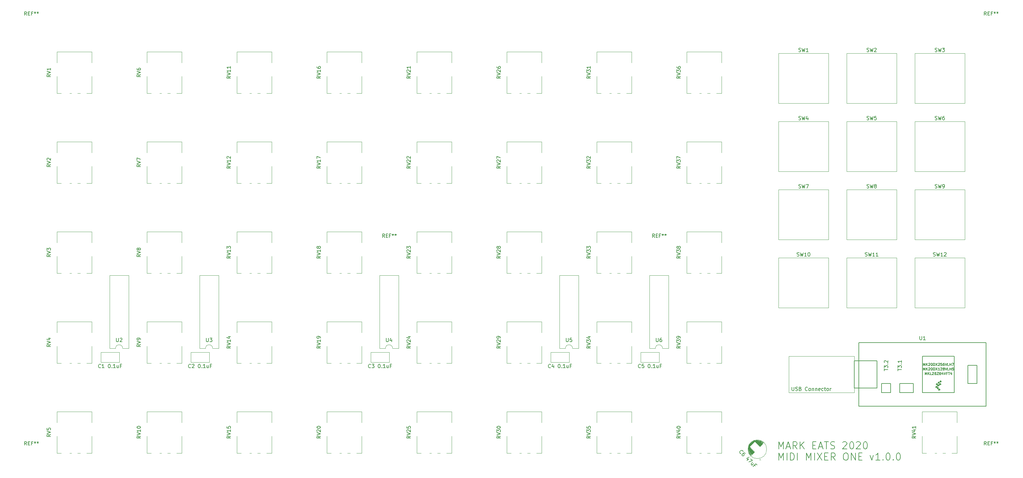
<source format=gbr>
G04 #@! TF.GenerationSoftware,KiCad,Pcbnew,(5.1.5-0-10_14)*
G04 #@! TF.CreationDate,2020-07-19T10:18:45-07:00*
G04 #@! TF.ProjectId,MIDI Mixer One v02,4d494449-204d-4697-9865-72204f6e6520,v1.0.0*
G04 #@! TF.SameCoordinates,Original*
G04 #@! TF.FileFunction,Legend,Top*
G04 #@! TF.FilePolarity,Positive*
%FSLAX46Y46*%
G04 Gerber Fmt 4.6, Leading zero omitted, Abs format (unit mm)*
G04 Created by KiCad (PCBNEW (5.1.5-0-10_14)) date 2020-07-19 10:18:45*
%MOMM*%
%LPD*%
G04 APERTURE LIST*
%ADD10C,0.150000*%
%ADD11C,0.120000*%
%ADD12C,0.100000*%
G04 APERTURE END LIST*
D10*
X277179690Y-185765761D02*
X277179690Y-183765761D01*
X277846357Y-185194333D01*
X278513023Y-183765761D01*
X278513023Y-185765761D01*
X279370166Y-185194333D02*
X280322547Y-185194333D01*
X279179690Y-185765761D02*
X279846357Y-183765761D01*
X280513023Y-185765761D01*
X282322547Y-185765761D02*
X281655880Y-184813380D01*
X281179690Y-185765761D02*
X281179690Y-183765761D01*
X281941595Y-183765761D01*
X282132071Y-183861000D01*
X282227309Y-183956238D01*
X282322547Y-184146714D01*
X282322547Y-184432428D01*
X282227309Y-184622904D01*
X282132071Y-184718142D01*
X281941595Y-184813380D01*
X281179690Y-184813380D01*
X283179690Y-185765761D02*
X283179690Y-183765761D01*
X284322547Y-185765761D02*
X283465404Y-184622904D01*
X284322547Y-183765761D02*
X283179690Y-184908619D01*
X286703500Y-184718142D02*
X287370166Y-184718142D01*
X287655880Y-185765761D02*
X286703500Y-185765761D01*
X286703500Y-183765761D01*
X287655880Y-183765761D01*
X288417785Y-185194333D02*
X289370166Y-185194333D01*
X288227309Y-185765761D02*
X288893976Y-183765761D01*
X289560642Y-185765761D01*
X289941595Y-183765761D02*
X291084452Y-183765761D01*
X290513023Y-185765761D02*
X290513023Y-183765761D01*
X291655880Y-185670523D02*
X291941595Y-185765761D01*
X292417785Y-185765761D01*
X292608261Y-185670523D01*
X292703500Y-185575285D01*
X292798738Y-185384809D01*
X292798738Y-185194333D01*
X292703500Y-185003857D01*
X292608261Y-184908619D01*
X292417785Y-184813380D01*
X292036833Y-184718142D01*
X291846357Y-184622904D01*
X291751119Y-184527666D01*
X291655880Y-184337190D01*
X291655880Y-184146714D01*
X291751119Y-183956238D01*
X291846357Y-183861000D01*
X292036833Y-183765761D01*
X292513023Y-183765761D01*
X292798738Y-183861000D01*
X295084452Y-183956238D02*
X295179690Y-183861000D01*
X295370166Y-183765761D01*
X295846357Y-183765761D01*
X296036833Y-183861000D01*
X296132071Y-183956238D01*
X296227309Y-184146714D01*
X296227309Y-184337190D01*
X296132071Y-184622904D01*
X294989214Y-185765761D01*
X296227309Y-185765761D01*
X297465404Y-183765761D02*
X297655880Y-183765761D01*
X297846357Y-183861000D01*
X297941595Y-183956238D01*
X298036833Y-184146714D01*
X298132071Y-184527666D01*
X298132071Y-185003857D01*
X298036833Y-185384809D01*
X297941595Y-185575285D01*
X297846357Y-185670523D01*
X297655880Y-185765761D01*
X297465404Y-185765761D01*
X297274928Y-185670523D01*
X297179690Y-185575285D01*
X297084452Y-185384809D01*
X296989214Y-185003857D01*
X296989214Y-184527666D01*
X297084452Y-184146714D01*
X297179690Y-183956238D01*
X297274928Y-183861000D01*
X297465404Y-183765761D01*
X298893976Y-183956238D02*
X298989214Y-183861000D01*
X299179690Y-183765761D01*
X299655880Y-183765761D01*
X299846357Y-183861000D01*
X299941595Y-183956238D01*
X300036833Y-184146714D01*
X300036833Y-184337190D01*
X299941595Y-184622904D01*
X298798738Y-185765761D01*
X300036833Y-185765761D01*
X301274928Y-183765761D02*
X301465404Y-183765761D01*
X301655880Y-183861000D01*
X301751119Y-183956238D01*
X301846357Y-184146714D01*
X301941595Y-184527666D01*
X301941595Y-185003857D01*
X301846357Y-185384809D01*
X301751119Y-185575285D01*
X301655880Y-185670523D01*
X301465404Y-185765761D01*
X301274928Y-185765761D01*
X301084452Y-185670523D01*
X300989214Y-185575285D01*
X300893976Y-185384809D01*
X300798738Y-185003857D01*
X300798738Y-184527666D01*
X300893976Y-184146714D01*
X300989214Y-183956238D01*
X301084452Y-183861000D01*
X301274928Y-183765761D01*
X277179690Y-188915761D02*
X277179690Y-186915761D01*
X277846357Y-188344333D01*
X278513023Y-186915761D01*
X278513023Y-188915761D01*
X279465404Y-188915761D02*
X279465404Y-186915761D01*
X280417785Y-188915761D02*
X280417785Y-186915761D01*
X280893976Y-186915761D01*
X281179690Y-187011000D01*
X281370166Y-187201476D01*
X281465404Y-187391952D01*
X281560642Y-187772904D01*
X281560642Y-188058619D01*
X281465404Y-188439571D01*
X281370166Y-188630047D01*
X281179690Y-188820523D01*
X280893976Y-188915761D01*
X280417785Y-188915761D01*
X282417785Y-188915761D02*
X282417785Y-186915761D01*
X284893976Y-188915761D02*
X284893976Y-186915761D01*
X285560642Y-188344333D01*
X286227309Y-186915761D01*
X286227309Y-188915761D01*
X287179690Y-188915761D02*
X287179690Y-186915761D01*
X287941595Y-186915761D02*
X289274928Y-188915761D01*
X289274928Y-186915761D02*
X287941595Y-188915761D01*
X290036833Y-187868142D02*
X290703500Y-187868142D01*
X290989214Y-188915761D02*
X290036833Y-188915761D01*
X290036833Y-186915761D01*
X290989214Y-186915761D01*
X292989214Y-188915761D02*
X292322547Y-187963380D01*
X291846357Y-188915761D02*
X291846357Y-186915761D01*
X292608261Y-186915761D01*
X292798738Y-187011000D01*
X292893976Y-187106238D01*
X292989214Y-187296714D01*
X292989214Y-187582428D01*
X292893976Y-187772904D01*
X292798738Y-187868142D01*
X292608261Y-187963380D01*
X291846357Y-187963380D01*
X295751119Y-186915761D02*
X296132071Y-186915761D01*
X296322547Y-187011000D01*
X296513023Y-187201476D01*
X296608261Y-187582428D01*
X296608261Y-188249095D01*
X296513023Y-188630047D01*
X296322547Y-188820523D01*
X296132071Y-188915761D01*
X295751119Y-188915761D01*
X295560642Y-188820523D01*
X295370166Y-188630047D01*
X295274928Y-188249095D01*
X295274928Y-187582428D01*
X295370166Y-187201476D01*
X295560642Y-187011000D01*
X295751119Y-186915761D01*
X297465404Y-188915761D02*
X297465404Y-186915761D01*
X298608261Y-188915761D01*
X298608261Y-186915761D01*
X299560642Y-187868142D02*
X300227309Y-187868142D01*
X300513023Y-188915761D02*
X299560642Y-188915761D01*
X299560642Y-186915761D01*
X300513023Y-186915761D01*
X302703500Y-187582428D02*
X303179690Y-188915761D01*
X303655880Y-187582428D01*
X305465404Y-188915761D02*
X304322547Y-188915761D01*
X304893976Y-188915761D02*
X304893976Y-186915761D01*
X304703500Y-187201476D01*
X304513023Y-187391952D01*
X304322547Y-187487190D01*
X306322547Y-188725285D02*
X306417785Y-188820523D01*
X306322547Y-188915761D01*
X306227309Y-188820523D01*
X306322547Y-188725285D01*
X306322547Y-188915761D01*
X307655880Y-186915761D02*
X307846357Y-186915761D01*
X308036833Y-187011000D01*
X308132071Y-187106238D01*
X308227309Y-187296714D01*
X308322547Y-187677666D01*
X308322547Y-188153857D01*
X308227309Y-188534809D01*
X308132071Y-188725285D01*
X308036833Y-188820523D01*
X307846357Y-188915761D01*
X307655880Y-188915761D01*
X307465404Y-188820523D01*
X307370166Y-188725285D01*
X307274928Y-188534809D01*
X307179690Y-188153857D01*
X307179690Y-187677666D01*
X307274928Y-187296714D01*
X307370166Y-187106238D01*
X307465404Y-187011000D01*
X307655880Y-186915761D01*
X309179690Y-188725285D02*
X309274928Y-188820523D01*
X309179690Y-188915761D01*
X309084452Y-188820523D01*
X309179690Y-188725285D01*
X309179690Y-188915761D01*
X310513023Y-186915761D02*
X310703500Y-186915761D01*
X310893976Y-187011000D01*
X310989214Y-187106238D01*
X311084452Y-187296714D01*
X311179690Y-187677666D01*
X311179690Y-188153857D01*
X311084452Y-188534809D01*
X310989214Y-188725285D01*
X310893976Y-188820523D01*
X310703500Y-188915761D01*
X310513023Y-188915761D01*
X310322547Y-188820523D01*
X310227309Y-188725285D01*
X310132071Y-188534809D01*
X310036833Y-188153857D01*
X310036833Y-187677666D01*
X310132071Y-187296714D01*
X310227309Y-187106238D01*
X310322547Y-187011000D01*
X310513023Y-186915761D01*
X280878595Y-168489380D02*
X280878595Y-169298904D01*
X280926214Y-169394142D01*
X280973833Y-169441761D01*
X281069071Y-169489380D01*
X281259547Y-169489380D01*
X281354785Y-169441761D01*
X281402404Y-169394142D01*
X281450023Y-169298904D01*
X281450023Y-168489380D01*
X281878595Y-169441761D02*
X282021452Y-169489380D01*
X282259547Y-169489380D01*
X282354785Y-169441761D01*
X282402404Y-169394142D01*
X282450023Y-169298904D01*
X282450023Y-169203666D01*
X282402404Y-169108428D01*
X282354785Y-169060809D01*
X282259547Y-169013190D01*
X282069071Y-168965571D01*
X281973833Y-168917952D01*
X281926214Y-168870333D01*
X281878595Y-168775095D01*
X281878595Y-168679857D01*
X281926214Y-168584619D01*
X281973833Y-168537000D01*
X282069071Y-168489380D01*
X282307166Y-168489380D01*
X282450023Y-168537000D01*
X283211928Y-168965571D02*
X283354785Y-169013190D01*
X283402404Y-169060809D01*
X283450023Y-169156047D01*
X283450023Y-169298904D01*
X283402404Y-169394142D01*
X283354785Y-169441761D01*
X283259547Y-169489380D01*
X282878595Y-169489380D01*
X282878595Y-168489380D01*
X283211928Y-168489380D01*
X283307166Y-168537000D01*
X283354785Y-168584619D01*
X283402404Y-168679857D01*
X283402404Y-168775095D01*
X283354785Y-168870333D01*
X283307166Y-168917952D01*
X283211928Y-168965571D01*
X282878595Y-168965571D01*
X285211928Y-169394142D02*
X285164309Y-169441761D01*
X285021452Y-169489380D01*
X284926214Y-169489380D01*
X284783357Y-169441761D01*
X284688119Y-169346523D01*
X284640500Y-169251285D01*
X284592880Y-169060809D01*
X284592880Y-168917952D01*
X284640500Y-168727476D01*
X284688119Y-168632238D01*
X284783357Y-168537000D01*
X284926214Y-168489380D01*
X285021452Y-168489380D01*
X285164309Y-168537000D01*
X285211928Y-168584619D01*
X285783357Y-169489380D02*
X285688119Y-169441761D01*
X285640500Y-169394142D01*
X285592880Y-169298904D01*
X285592880Y-169013190D01*
X285640500Y-168917952D01*
X285688119Y-168870333D01*
X285783357Y-168822714D01*
X285926214Y-168822714D01*
X286021452Y-168870333D01*
X286069071Y-168917952D01*
X286116690Y-169013190D01*
X286116690Y-169298904D01*
X286069071Y-169394142D01*
X286021452Y-169441761D01*
X285926214Y-169489380D01*
X285783357Y-169489380D01*
X286545261Y-168822714D02*
X286545261Y-169489380D01*
X286545261Y-168917952D02*
X286592880Y-168870333D01*
X286688119Y-168822714D01*
X286830976Y-168822714D01*
X286926214Y-168870333D01*
X286973833Y-168965571D01*
X286973833Y-169489380D01*
X287450023Y-168822714D02*
X287450023Y-169489380D01*
X287450023Y-168917952D02*
X287497642Y-168870333D01*
X287592880Y-168822714D01*
X287735738Y-168822714D01*
X287830976Y-168870333D01*
X287878595Y-168965571D01*
X287878595Y-169489380D01*
X288735738Y-169441761D02*
X288640500Y-169489380D01*
X288450023Y-169489380D01*
X288354785Y-169441761D01*
X288307166Y-169346523D01*
X288307166Y-168965571D01*
X288354785Y-168870333D01*
X288450023Y-168822714D01*
X288640500Y-168822714D01*
X288735738Y-168870333D01*
X288783357Y-168965571D01*
X288783357Y-169060809D01*
X288307166Y-169156047D01*
X289640500Y-169441761D02*
X289545261Y-169489380D01*
X289354785Y-169489380D01*
X289259547Y-169441761D01*
X289211928Y-169394142D01*
X289164309Y-169298904D01*
X289164309Y-169013190D01*
X289211928Y-168917952D01*
X289259547Y-168870333D01*
X289354785Y-168822714D01*
X289545261Y-168822714D01*
X289640500Y-168870333D01*
X289926214Y-168822714D02*
X290307166Y-168822714D01*
X290069071Y-168489380D02*
X290069071Y-169346523D01*
X290116690Y-169441761D01*
X290211928Y-169489380D01*
X290307166Y-169489380D01*
X290783357Y-169489380D02*
X290688119Y-169441761D01*
X290640500Y-169394142D01*
X290592880Y-169298904D01*
X290592880Y-169013190D01*
X290640500Y-168917952D01*
X290688119Y-168870333D01*
X290783357Y-168822714D01*
X290926214Y-168822714D01*
X291021452Y-168870333D01*
X291069071Y-168917952D01*
X291116690Y-169013190D01*
X291116690Y-169298904D01*
X291069071Y-169394142D01*
X291021452Y-169441761D01*
X290926214Y-169489380D01*
X290783357Y-169489380D01*
X291545261Y-169489380D02*
X291545261Y-168822714D01*
X291545261Y-169013190D02*
X291592880Y-168917952D01*
X291640500Y-168870333D01*
X291735738Y-168822714D01*
X291830976Y-168822714D01*
D11*
X292227000Y-159893000D02*
X298323000Y-159893000D01*
X298323000Y-170053000D02*
X292227000Y-170053000D01*
X298323000Y-159893000D02*
X298323000Y-170053000D01*
X280035000Y-159893000D02*
X280035000Y-170053000D01*
X292227000Y-170053000D02*
X280035000Y-170053000D01*
X280035000Y-159893000D02*
X292227000Y-159893000D01*
X236097000Y-125071000D02*
X226357000Y-125071000D01*
X236097000Y-136661000D02*
X234607000Y-136661000D01*
X236097000Y-128131000D02*
X236097000Y-125071000D01*
X226347000Y-136661000D02*
X226347000Y-131941000D01*
X226357000Y-128131000D02*
X226357000Y-125071000D01*
X236097000Y-136661000D02*
X236097000Y-131941000D01*
X227537000Y-136661000D02*
X226357000Y-136661000D01*
X230437000Y-136661000D02*
X229907000Y-136661000D01*
X232887000Y-136661000D02*
X232057000Y-136661000D01*
X315214000Y-146304000D02*
X315214000Y-132334000D01*
X329184000Y-146304000D02*
X315214000Y-146304000D01*
X329184000Y-132334000D02*
X329184000Y-146304000D01*
X315214000Y-132334000D02*
X329184000Y-132334000D01*
X163135000Y-161517000D02*
X163135000Y-158777000D01*
X168375000Y-161517000D02*
X168375000Y-158777000D01*
X168375000Y-158777000D02*
X163135000Y-158777000D01*
X168375000Y-161517000D02*
X163135000Y-161517000D01*
X112843000Y-161517000D02*
X112843000Y-158777000D01*
X118083000Y-161517000D02*
X118083000Y-158777000D01*
X118083000Y-158777000D02*
X112843000Y-158777000D01*
X118083000Y-161517000D02*
X112843000Y-161517000D01*
X87697000Y-161517000D02*
X87697000Y-158777000D01*
X92937000Y-161517000D02*
X92937000Y-158777000D01*
X92937000Y-158777000D02*
X87697000Y-158777000D01*
X92937000Y-161517000D02*
X87697000Y-161517000D01*
X238573000Y-161517000D02*
X238573000Y-158777000D01*
X243813000Y-161517000D02*
X243813000Y-158777000D01*
X243813000Y-158777000D02*
X238573000Y-158777000D01*
X243813000Y-161517000D02*
X238573000Y-161517000D01*
X213427000Y-161517000D02*
X213427000Y-158777000D01*
X218667000Y-161517000D02*
X218667000Y-158777000D01*
X218667000Y-158777000D02*
X213427000Y-158777000D01*
X218667000Y-161517000D02*
X213427000Y-161517000D01*
X271786633Y-188882151D02*
X272140186Y-188528598D01*
X272140186Y-188882151D02*
X271786633Y-188528598D01*
X269159890Y-184217527D02*
X269561527Y-183815890D01*
X269022711Y-184411274D02*
X269755274Y-183678711D01*
X268938566Y-184551988D02*
X269895988Y-183594566D01*
X268876340Y-184670782D02*
X270014782Y-183532340D01*
X268826843Y-184776848D02*
X270120848Y-183482843D01*
X268787245Y-184873015D02*
X270217015Y-183443245D01*
X268754011Y-184962817D02*
X270306817Y-183410011D01*
X268725727Y-185047670D02*
X270391670Y-183381727D01*
X268702392Y-185127573D02*
X270471573Y-183358392D01*
X268682593Y-185203941D02*
X270547941Y-183338593D01*
X268665623Y-185277480D02*
X270621480Y-183321623D01*
X268651480Y-185348191D02*
X270692191Y-183307480D01*
X268639460Y-185416780D02*
X270760780Y-183295460D01*
X268629560Y-185483248D02*
X270827248Y-183285560D01*
X268621782Y-185547595D02*
X270891595Y-183277782D01*
X270520364Y-183705581D02*
X270953820Y-183272125D01*
X268616125Y-185609820D02*
X269049581Y-185176364D01*
X270548648Y-183733866D02*
X271014631Y-183267882D01*
X268611882Y-185670631D02*
X269077866Y-185204648D01*
X270576932Y-183762150D02*
X271074028Y-183265054D01*
X268609054Y-185730028D02*
X269106150Y-185232932D01*
X270605216Y-183790434D02*
X271132011Y-183263640D01*
X268607640Y-185788011D02*
X269134434Y-185261216D01*
X270633501Y-183818719D02*
X271189287Y-183262933D01*
X268606933Y-185845287D02*
X269162719Y-185289501D01*
X270661785Y-183847003D02*
X271244441Y-183264347D01*
X268608347Y-185900441D02*
X269191003Y-185317785D01*
X270690069Y-183875287D02*
X271298888Y-183266468D01*
X268610468Y-185954888D02*
X269219287Y-185346069D01*
X270718354Y-183903571D02*
X271352628Y-183269297D01*
X268613297Y-186008628D02*
X269247571Y-185374354D01*
X270746638Y-183931856D02*
X271404954Y-183273539D01*
X268617539Y-186060954D02*
X269275856Y-185402638D01*
X270774922Y-183960140D02*
X271456573Y-183278489D01*
X268622489Y-186112573D02*
X269304140Y-185430922D01*
X270803206Y-183988424D02*
X271506778Y-183284853D01*
X268628853Y-186162778D02*
X269332424Y-185459206D01*
X270831491Y-184016708D02*
X271556275Y-183291924D01*
X268635924Y-186212275D02*
X269360708Y-185487491D01*
X270859775Y-184044993D02*
X271605773Y-183298995D01*
X268642995Y-186261773D02*
X269388993Y-185515775D01*
X270888059Y-184073277D02*
X271653149Y-183308187D01*
X268652187Y-186309149D02*
X269417277Y-185544059D01*
X270916343Y-184101561D02*
X271700525Y-183317380D01*
X268661380Y-186356525D02*
X269445561Y-185572343D01*
X270944628Y-184129846D02*
X271747194Y-183327279D01*
X268671279Y-186403194D02*
X269473846Y-185600628D01*
X270972912Y-184158130D02*
X271793156Y-183337886D01*
X268681886Y-186449156D02*
X269502130Y-185628912D01*
X271001196Y-184186414D02*
X271838411Y-183349200D01*
X268693200Y-186494411D02*
X269530414Y-185657196D01*
X271029480Y-184214698D02*
X271882958Y-183361220D01*
X268705220Y-186538958D02*
X269558698Y-185685480D01*
X271057765Y-184242983D02*
X271926092Y-183374656D01*
X268718656Y-186582092D02*
X269586983Y-185713765D01*
X271086049Y-184271267D02*
X271969933Y-183387383D01*
X268731383Y-186625933D02*
X269615267Y-185742049D01*
X271114333Y-184299551D02*
X272012359Y-183401526D01*
X268745526Y-186668359D02*
X269643551Y-185770333D01*
X271142618Y-184327835D02*
X272054078Y-183416375D01*
X268760375Y-186710078D02*
X269671835Y-185798618D01*
X271170902Y-184356120D02*
X272095798Y-183431224D01*
X268775224Y-186751798D02*
X269700120Y-185826902D01*
X271199186Y-184384404D02*
X272136103Y-183447488D01*
X268791488Y-186792103D02*
X269728404Y-185855186D01*
X271227470Y-184412688D02*
X272176408Y-183463751D01*
X268807751Y-186832408D02*
X269756688Y-185883470D01*
X271255755Y-184440973D02*
X272216006Y-183480722D01*
X268824722Y-186872006D02*
X269784973Y-185911755D01*
X271284039Y-184469257D02*
X272255604Y-183497692D01*
X268841692Y-186911604D02*
X269813257Y-185940039D01*
X271312323Y-184497541D02*
X272293787Y-183516077D01*
X268860077Y-186949787D02*
X269841541Y-185968323D01*
X271340607Y-184525825D02*
X272331971Y-183534462D01*
X268878462Y-186987971D02*
X269869825Y-185996607D01*
X271368892Y-184554110D02*
X272369448Y-183553554D01*
X268897554Y-187025448D02*
X269898110Y-186024892D01*
X271397176Y-184582394D02*
X272406924Y-183572645D01*
X268916645Y-187062924D02*
X269926394Y-186053176D01*
X271425460Y-184610678D02*
X272443694Y-183592444D01*
X268936444Y-187099694D02*
X269954678Y-186081460D01*
X271454452Y-184639670D02*
X272480464Y-183613658D01*
X268957658Y-187136464D02*
X269983670Y-186110452D01*
X271482736Y-184667954D02*
X272515819Y-183634871D01*
X268978871Y-187171819D02*
X270011954Y-186138736D01*
X271511020Y-184696238D02*
X272551174Y-183656084D01*
X269000084Y-187207174D02*
X270040238Y-186167020D01*
X271539304Y-184724522D02*
X272585823Y-183678004D01*
X269022004Y-187241823D02*
X270068522Y-186195304D01*
X271567589Y-184752807D02*
X272619764Y-183700632D01*
X269044632Y-187275764D02*
X270096807Y-186223589D01*
X271595873Y-184781091D02*
X272653705Y-183723259D01*
X269067259Y-187309705D02*
X270125091Y-186251873D01*
X271624157Y-184809375D02*
X272686939Y-183746594D01*
X269090594Y-187342939D02*
X270153375Y-186280157D01*
X271652442Y-184837659D02*
X272720173Y-183769928D01*
X269113928Y-187376173D02*
X270181659Y-186308442D01*
X271680726Y-184865944D02*
X272752700Y-183793970D01*
X269137970Y-187408700D02*
X270209944Y-186336726D01*
X271709010Y-184894228D02*
X272784520Y-183818719D01*
X269162719Y-187440520D02*
X270238228Y-186365010D01*
X271737294Y-184922512D02*
X272815632Y-183844174D01*
X269188174Y-187471632D02*
X270266512Y-186393294D01*
X271765579Y-184950797D02*
X272846745Y-183869630D01*
X269213630Y-187502745D02*
X270294797Y-186421579D01*
X271793863Y-184979081D02*
X272877858Y-183895086D01*
X269239086Y-187533858D02*
X270323081Y-186449863D01*
X271822147Y-185007365D02*
X272908263Y-183921249D01*
X269265249Y-187564263D02*
X270351365Y-186478147D01*
X271850431Y-185035649D02*
X272937962Y-183948119D01*
X269292119Y-187593962D02*
X270379649Y-186506431D01*
X271878716Y-185063934D02*
X272966953Y-183975696D01*
X269319696Y-187622953D02*
X270407934Y-186534716D01*
X269347273Y-187651944D02*
X270436218Y-186563000D01*
X271907000Y-185092218D02*
X272995944Y-184003273D01*
X269375558Y-187680229D02*
X270464502Y-186591284D01*
X271935284Y-185120502D02*
X273024229Y-184031558D01*
X273819893Y-185855893D02*
G75*
G03X273819893Y-185855893I-2620000J0D01*
G01*
D12*
G36*
X322199000Y-167894000D02*
G01*
X321945000Y-167640000D01*
X322326000Y-167386000D01*
X322580000Y-167640000D01*
X322199000Y-167894000D01*
G37*
X322199000Y-167894000D02*
X321945000Y-167640000D01*
X322326000Y-167386000D01*
X322580000Y-167640000D01*
X322199000Y-167894000D01*
G36*
X321183000Y-168656000D02*
G01*
X320929000Y-168402000D01*
X321310000Y-168148000D01*
X321564000Y-168402000D01*
X321183000Y-168656000D01*
G37*
X321183000Y-168656000D02*
X320929000Y-168402000D01*
X321310000Y-168148000D01*
X321564000Y-168402000D01*
X321183000Y-168656000D01*
G36*
X321945000Y-169418000D02*
G01*
X321691000Y-169164000D01*
X322072000Y-168910000D01*
X322326000Y-169164000D01*
X321945000Y-169418000D01*
G37*
X321945000Y-169418000D02*
X321691000Y-169164000D01*
X322072000Y-168910000D01*
X322326000Y-169164000D01*
X321945000Y-169418000D01*
G36*
X321818000Y-167513000D02*
G01*
X321564000Y-167259000D01*
X321945000Y-167005000D01*
X322199000Y-167259000D01*
X321818000Y-167513000D01*
G37*
X321818000Y-167513000D02*
X321564000Y-167259000D01*
X321945000Y-167005000D01*
X322199000Y-167259000D01*
X321818000Y-167513000D01*
G36*
X321564000Y-169037000D02*
G01*
X321310000Y-168783000D01*
X321691000Y-168529000D01*
X321945000Y-168783000D01*
X321564000Y-169037000D01*
G37*
X321564000Y-169037000D02*
X321310000Y-168783000D01*
X321691000Y-168529000D01*
X321945000Y-168783000D01*
X321564000Y-169037000D01*
G36*
X322326000Y-167132000D02*
G01*
X322072000Y-166878000D01*
X322453000Y-166624000D01*
X322707000Y-166878000D01*
X322326000Y-167132000D01*
G37*
X322326000Y-167132000D02*
X322072000Y-166878000D01*
X322453000Y-166624000D01*
X322707000Y-166878000D01*
X322326000Y-167132000D01*
G36*
X321691000Y-168275000D02*
G01*
X321437000Y-168021000D01*
X321818000Y-167767000D01*
X322072000Y-168021000D01*
X321691000Y-168275000D01*
G37*
X321691000Y-168275000D02*
X321437000Y-168021000D01*
X321818000Y-167767000D01*
X322072000Y-168021000D01*
X321691000Y-168275000D01*
G36*
X321310000Y-167894000D02*
G01*
X321056000Y-167640000D01*
X321437000Y-167386000D01*
X321691000Y-167640000D01*
X321310000Y-167894000D01*
G37*
X321310000Y-167894000D02*
X321056000Y-167640000D01*
X321437000Y-167386000D01*
X321691000Y-167640000D01*
X321310000Y-167894000D01*
D10*
X299593000Y-173863000D02*
X299593000Y-156083000D01*
X335153000Y-173863000D02*
X299593000Y-173863000D01*
X335153000Y-156083000D02*
X335153000Y-173863000D01*
X299593000Y-156083000D02*
X335153000Y-156083000D01*
X326263000Y-170053000D02*
X317373000Y-170053000D01*
X326263000Y-159893000D02*
X317373000Y-159893000D01*
X317373000Y-159893000D02*
X317373000Y-170053000D01*
X326263000Y-170053000D02*
X326263000Y-159893000D01*
X330073000Y-162433000D02*
X332613000Y-162433000D01*
X330073000Y-167513000D02*
X330073000Y-162433000D01*
X332613000Y-167513000D02*
X330073000Y-167513000D01*
X332613000Y-162433000D02*
X332613000Y-167513000D01*
X305943000Y-167513000D02*
X305943000Y-170053000D01*
X308483000Y-167513000D02*
X305943000Y-167513000D01*
X308483000Y-170053000D02*
X308483000Y-167513000D01*
X305943000Y-170053000D02*
X308483000Y-170053000D01*
X304673000Y-168783000D02*
X299593000Y-168783000D01*
X304673000Y-161163000D02*
X299593000Y-161163000D01*
X304673000Y-168783000D02*
X304673000Y-161163000D01*
X311023000Y-167513000D02*
X311023000Y-170053000D01*
X314833000Y-167513000D02*
X311023000Y-167513000D01*
X314833000Y-170053000D02*
X314833000Y-167513000D01*
X311023000Y-170053000D02*
X314833000Y-170053000D01*
X298323000Y-161163000D02*
X299593000Y-161163000D01*
X298323000Y-168783000D02*
X298323000Y-161163000D01*
X299593000Y-168783000D02*
X298323000Y-168783000D01*
D11*
X215917000Y-157667000D02*
X217567000Y-157667000D01*
X215917000Y-137227000D02*
X215917000Y-157667000D01*
X221217000Y-137227000D02*
X215917000Y-137227000D01*
X221217000Y-157667000D02*
X221217000Y-137227000D01*
X219567000Y-157667000D02*
X221217000Y-157667000D01*
X217567000Y-157667000D02*
G75*
G02X219567000Y-157667000I1000000J0D01*
G01*
X241063000Y-157667000D02*
X242713000Y-157667000D01*
X241063000Y-137227000D02*
X241063000Y-157667000D01*
X246363000Y-137227000D02*
X241063000Y-137227000D01*
X246363000Y-157667000D02*
X246363000Y-137227000D01*
X244713000Y-157667000D02*
X246363000Y-157667000D01*
X242713000Y-157667000D02*
G75*
G02X244713000Y-157667000I1000000J0D01*
G01*
X315214000Y-127254000D02*
X315214000Y-113284000D01*
X329184000Y-127254000D02*
X315214000Y-127254000D01*
X329184000Y-113284000D02*
X329184000Y-127254000D01*
X315214000Y-113284000D02*
X329184000Y-113284000D01*
X296164000Y-146304000D02*
X296164000Y-132334000D01*
X310134000Y-146304000D02*
X296164000Y-146304000D01*
X310134000Y-132334000D02*
X310134000Y-146304000D01*
X296164000Y-132334000D02*
X310134000Y-132334000D01*
X277114000Y-127254000D02*
X277114000Y-113284000D01*
X291084000Y-127254000D02*
X277114000Y-127254000D01*
X291084000Y-113284000D02*
X291084000Y-127254000D01*
X277114000Y-113284000D02*
X291084000Y-113284000D01*
X277114000Y-146304000D02*
X277114000Y-132334000D01*
X291084000Y-146304000D02*
X277114000Y-146304000D01*
X291084000Y-132334000D02*
X291084000Y-146304000D01*
X277114000Y-132334000D02*
X291084000Y-132334000D01*
X160659000Y-175363000D02*
X150919000Y-175363000D01*
X160659000Y-186953000D02*
X159169000Y-186953000D01*
X160659000Y-178423000D02*
X160659000Y-175363000D01*
X150909000Y-186953000D02*
X150909000Y-182233000D01*
X150919000Y-178423000D02*
X150919000Y-175363000D01*
X160659000Y-186953000D02*
X160659000Y-182233000D01*
X152099000Y-186953000D02*
X150919000Y-186953000D01*
X154999000Y-186953000D02*
X154469000Y-186953000D01*
X157449000Y-186953000D02*
X156619000Y-186953000D01*
X165625000Y-157667000D02*
X167275000Y-157667000D01*
X165625000Y-137227000D02*
X165625000Y-157667000D01*
X170925000Y-137227000D02*
X165625000Y-137227000D01*
X170925000Y-157667000D02*
X170925000Y-137227000D01*
X169275000Y-157667000D02*
X170925000Y-157667000D01*
X167275000Y-157667000D02*
G75*
G02X169275000Y-157667000I1000000J0D01*
G01*
X115333000Y-157667000D02*
X116983000Y-157667000D01*
X115333000Y-137227000D02*
X115333000Y-157667000D01*
X120633000Y-137227000D02*
X115333000Y-137227000D01*
X120633000Y-157667000D02*
X120633000Y-137227000D01*
X118983000Y-157667000D02*
X120633000Y-157667000D01*
X116983000Y-157667000D02*
G75*
G02X118983000Y-157667000I1000000J0D01*
G01*
X90187000Y-157667000D02*
X91837000Y-157667000D01*
X90187000Y-137227000D02*
X90187000Y-157667000D01*
X95487000Y-137227000D02*
X90187000Y-137227000D01*
X95487000Y-157667000D02*
X95487000Y-137227000D01*
X93837000Y-157667000D02*
X95487000Y-157667000D01*
X91837000Y-157667000D02*
G75*
G02X93837000Y-157667000I1000000J0D01*
G01*
X296164000Y-127254000D02*
X296164000Y-113284000D01*
X310134000Y-127254000D02*
X296164000Y-127254000D01*
X310134000Y-113284000D02*
X310134000Y-127254000D01*
X296164000Y-113284000D02*
X310134000Y-113284000D01*
X315214000Y-108204000D02*
X315214000Y-94234000D01*
X329184000Y-108204000D02*
X315214000Y-108204000D01*
X329184000Y-94234000D02*
X329184000Y-108204000D01*
X315214000Y-94234000D02*
X329184000Y-94234000D01*
X296164000Y-108204000D02*
X296164000Y-94234000D01*
X310134000Y-108204000D02*
X296164000Y-108204000D01*
X310134000Y-94234000D02*
X310134000Y-108204000D01*
X296164000Y-94234000D02*
X310134000Y-94234000D01*
X277114000Y-108204000D02*
X277114000Y-94234000D01*
X291084000Y-108204000D02*
X277114000Y-108204000D01*
X291084000Y-94234000D02*
X291084000Y-108204000D01*
X277114000Y-94234000D02*
X291084000Y-94234000D01*
X315214000Y-89154000D02*
X315214000Y-75184000D01*
X329184000Y-89154000D02*
X315214000Y-89154000D01*
X329184000Y-75184000D02*
X329184000Y-89154000D01*
X315214000Y-75184000D02*
X329184000Y-75184000D01*
X296164000Y-89154000D02*
X296164000Y-75184000D01*
X310134000Y-89154000D02*
X296164000Y-89154000D01*
X310134000Y-75184000D02*
X310134000Y-89154000D01*
X296164000Y-75184000D02*
X310134000Y-75184000D01*
X277114000Y-89154000D02*
X277114000Y-75184000D01*
X291084000Y-89154000D02*
X277114000Y-89154000D01*
X291084000Y-75184000D02*
X291084000Y-89154000D01*
X277114000Y-75184000D02*
X291084000Y-75184000D01*
X323819000Y-186953000D02*
X322989000Y-186953000D01*
X321369000Y-186953000D02*
X320839000Y-186953000D01*
X318469000Y-186953000D02*
X317289000Y-186953000D01*
X327029000Y-186953000D02*
X327029000Y-182233000D01*
X317289000Y-178423000D02*
X317289000Y-175363000D01*
X317279000Y-186953000D02*
X317279000Y-182233000D01*
X327029000Y-178423000D02*
X327029000Y-175363000D01*
X327029000Y-186953000D02*
X325539000Y-186953000D01*
X327029000Y-175363000D02*
X317289000Y-175363000D01*
X261243000Y-175363000D02*
X251503000Y-175363000D01*
X261243000Y-186953000D02*
X259753000Y-186953000D01*
X261243000Y-178423000D02*
X261243000Y-175363000D01*
X251493000Y-186953000D02*
X251493000Y-182233000D01*
X251503000Y-178423000D02*
X251503000Y-175363000D01*
X261243000Y-186953000D02*
X261243000Y-182233000D01*
X252683000Y-186953000D02*
X251503000Y-186953000D01*
X255583000Y-186953000D02*
X255053000Y-186953000D01*
X258033000Y-186953000D02*
X257203000Y-186953000D01*
X261243000Y-150217000D02*
X251503000Y-150217000D01*
X261243000Y-161807000D02*
X259753000Y-161807000D01*
X261243000Y-153277000D02*
X261243000Y-150217000D01*
X251493000Y-161807000D02*
X251493000Y-157087000D01*
X251503000Y-153277000D02*
X251503000Y-150217000D01*
X261243000Y-161807000D02*
X261243000Y-157087000D01*
X252683000Y-161807000D02*
X251503000Y-161807000D01*
X255583000Y-161807000D02*
X255053000Y-161807000D01*
X258033000Y-161807000D02*
X257203000Y-161807000D01*
X261243000Y-125071000D02*
X251503000Y-125071000D01*
X261243000Y-136661000D02*
X259753000Y-136661000D01*
X261243000Y-128131000D02*
X261243000Y-125071000D01*
X251493000Y-136661000D02*
X251493000Y-131941000D01*
X251503000Y-128131000D02*
X251503000Y-125071000D01*
X261243000Y-136661000D02*
X261243000Y-131941000D01*
X252683000Y-136661000D02*
X251503000Y-136661000D01*
X255583000Y-136661000D02*
X255053000Y-136661000D01*
X258033000Y-136661000D02*
X257203000Y-136661000D01*
X261243000Y-99925000D02*
X251503000Y-99925000D01*
X261243000Y-111515000D02*
X259753000Y-111515000D01*
X261243000Y-102985000D02*
X261243000Y-99925000D01*
X251493000Y-111515000D02*
X251493000Y-106795000D01*
X251503000Y-102985000D02*
X251503000Y-99925000D01*
X261243000Y-111515000D02*
X261243000Y-106795000D01*
X252683000Y-111515000D02*
X251503000Y-111515000D01*
X255583000Y-111515000D02*
X255053000Y-111515000D01*
X258033000Y-111515000D02*
X257203000Y-111515000D01*
X261243000Y-74779000D02*
X251503000Y-74779000D01*
X261243000Y-86369000D02*
X259753000Y-86369000D01*
X261243000Y-77839000D02*
X261243000Y-74779000D01*
X251493000Y-86369000D02*
X251493000Y-81649000D01*
X251503000Y-77839000D02*
X251503000Y-74779000D01*
X261243000Y-86369000D02*
X261243000Y-81649000D01*
X252683000Y-86369000D02*
X251503000Y-86369000D01*
X255583000Y-86369000D02*
X255053000Y-86369000D01*
X258033000Y-86369000D02*
X257203000Y-86369000D01*
X236097000Y-175363000D02*
X226357000Y-175363000D01*
X236097000Y-186953000D02*
X234607000Y-186953000D01*
X236097000Y-178423000D02*
X236097000Y-175363000D01*
X226347000Y-186953000D02*
X226347000Y-182233000D01*
X226357000Y-178423000D02*
X226357000Y-175363000D01*
X236097000Y-186953000D02*
X236097000Y-182233000D01*
X227537000Y-186953000D02*
X226357000Y-186953000D01*
X230437000Y-186953000D02*
X229907000Y-186953000D01*
X232887000Y-186953000D02*
X232057000Y-186953000D01*
X236097000Y-150217000D02*
X226357000Y-150217000D01*
X236097000Y-161807000D02*
X234607000Y-161807000D01*
X236097000Y-153277000D02*
X236097000Y-150217000D01*
X226347000Y-161807000D02*
X226347000Y-157087000D01*
X226357000Y-153277000D02*
X226357000Y-150217000D01*
X236097000Y-161807000D02*
X236097000Y-157087000D01*
X227537000Y-161807000D02*
X226357000Y-161807000D01*
X230437000Y-161807000D02*
X229907000Y-161807000D01*
X232887000Y-161807000D02*
X232057000Y-161807000D01*
X236097000Y-99925000D02*
X226357000Y-99925000D01*
X236097000Y-111515000D02*
X234607000Y-111515000D01*
X236097000Y-102985000D02*
X236097000Y-99925000D01*
X226347000Y-111515000D02*
X226347000Y-106795000D01*
X226357000Y-102985000D02*
X226357000Y-99925000D01*
X236097000Y-111515000D02*
X236097000Y-106795000D01*
X227537000Y-111515000D02*
X226357000Y-111515000D01*
X230437000Y-111515000D02*
X229907000Y-111515000D01*
X232887000Y-111515000D02*
X232057000Y-111515000D01*
X236097000Y-74779000D02*
X226357000Y-74779000D01*
X236097000Y-86369000D02*
X234607000Y-86369000D01*
X236097000Y-77839000D02*
X236097000Y-74779000D01*
X226347000Y-86369000D02*
X226347000Y-81649000D01*
X226357000Y-77839000D02*
X226357000Y-74779000D01*
X236097000Y-86369000D02*
X236097000Y-81649000D01*
X227537000Y-86369000D02*
X226357000Y-86369000D01*
X230437000Y-86369000D02*
X229907000Y-86369000D01*
X232887000Y-86369000D02*
X232057000Y-86369000D01*
X210951000Y-175363000D02*
X201211000Y-175363000D01*
X210951000Y-186953000D02*
X209461000Y-186953000D01*
X210951000Y-178423000D02*
X210951000Y-175363000D01*
X201201000Y-186953000D02*
X201201000Y-182233000D01*
X201211000Y-178423000D02*
X201211000Y-175363000D01*
X210951000Y-186953000D02*
X210951000Y-182233000D01*
X202391000Y-186953000D02*
X201211000Y-186953000D01*
X205291000Y-186953000D02*
X204761000Y-186953000D01*
X207741000Y-186953000D02*
X206911000Y-186953000D01*
X210951000Y-150217000D02*
X201211000Y-150217000D01*
X210951000Y-161807000D02*
X209461000Y-161807000D01*
X210951000Y-153277000D02*
X210951000Y-150217000D01*
X201201000Y-161807000D02*
X201201000Y-157087000D01*
X201211000Y-153277000D02*
X201211000Y-150217000D01*
X210951000Y-161807000D02*
X210951000Y-157087000D01*
X202391000Y-161807000D02*
X201211000Y-161807000D01*
X205291000Y-161807000D02*
X204761000Y-161807000D01*
X207741000Y-161807000D02*
X206911000Y-161807000D01*
X210951000Y-125071000D02*
X201211000Y-125071000D01*
X210951000Y-136661000D02*
X209461000Y-136661000D01*
X210951000Y-128131000D02*
X210951000Y-125071000D01*
X201201000Y-136661000D02*
X201201000Y-131941000D01*
X201211000Y-128131000D02*
X201211000Y-125071000D01*
X210951000Y-136661000D02*
X210951000Y-131941000D01*
X202391000Y-136661000D02*
X201211000Y-136661000D01*
X205291000Y-136661000D02*
X204761000Y-136661000D01*
X207741000Y-136661000D02*
X206911000Y-136661000D01*
X210951000Y-99925000D02*
X201211000Y-99925000D01*
X210951000Y-111515000D02*
X209461000Y-111515000D01*
X210951000Y-102985000D02*
X210951000Y-99925000D01*
X201201000Y-111515000D02*
X201201000Y-106795000D01*
X201211000Y-102985000D02*
X201211000Y-99925000D01*
X210951000Y-111515000D02*
X210951000Y-106795000D01*
X202391000Y-111515000D02*
X201211000Y-111515000D01*
X205291000Y-111515000D02*
X204761000Y-111515000D01*
X207741000Y-111515000D02*
X206911000Y-111515000D01*
X210951000Y-74779000D02*
X201211000Y-74779000D01*
X210951000Y-86369000D02*
X209461000Y-86369000D01*
X210951000Y-77839000D02*
X210951000Y-74779000D01*
X201201000Y-86369000D02*
X201201000Y-81649000D01*
X201211000Y-77839000D02*
X201211000Y-74779000D01*
X210951000Y-86369000D02*
X210951000Y-81649000D01*
X202391000Y-86369000D02*
X201211000Y-86369000D01*
X205291000Y-86369000D02*
X204761000Y-86369000D01*
X207741000Y-86369000D02*
X206911000Y-86369000D01*
X185805000Y-175363000D02*
X176065000Y-175363000D01*
X185805000Y-186953000D02*
X184315000Y-186953000D01*
X185805000Y-178423000D02*
X185805000Y-175363000D01*
X176055000Y-186953000D02*
X176055000Y-182233000D01*
X176065000Y-178423000D02*
X176065000Y-175363000D01*
X185805000Y-186953000D02*
X185805000Y-182233000D01*
X177245000Y-186953000D02*
X176065000Y-186953000D01*
X180145000Y-186953000D02*
X179615000Y-186953000D01*
X182595000Y-186953000D02*
X181765000Y-186953000D01*
X185805000Y-150217000D02*
X176065000Y-150217000D01*
X185805000Y-161807000D02*
X184315000Y-161807000D01*
X185805000Y-153277000D02*
X185805000Y-150217000D01*
X176055000Y-161807000D02*
X176055000Y-157087000D01*
X176065000Y-153277000D02*
X176065000Y-150217000D01*
X185805000Y-161807000D02*
X185805000Y-157087000D01*
X177245000Y-161807000D02*
X176065000Y-161807000D01*
X180145000Y-161807000D02*
X179615000Y-161807000D01*
X182595000Y-161807000D02*
X181765000Y-161807000D01*
X185805000Y-125071000D02*
X176065000Y-125071000D01*
X185805000Y-136661000D02*
X184315000Y-136661000D01*
X185805000Y-128131000D02*
X185805000Y-125071000D01*
X176055000Y-136661000D02*
X176055000Y-131941000D01*
X176065000Y-128131000D02*
X176065000Y-125071000D01*
X185805000Y-136661000D02*
X185805000Y-131941000D01*
X177245000Y-136661000D02*
X176065000Y-136661000D01*
X180145000Y-136661000D02*
X179615000Y-136661000D01*
X182595000Y-136661000D02*
X181765000Y-136661000D01*
X185805000Y-99925000D02*
X176065000Y-99925000D01*
X185805000Y-111515000D02*
X184315000Y-111515000D01*
X185805000Y-102985000D02*
X185805000Y-99925000D01*
X176055000Y-111515000D02*
X176055000Y-106795000D01*
X176065000Y-102985000D02*
X176065000Y-99925000D01*
X185805000Y-111515000D02*
X185805000Y-106795000D01*
X177245000Y-111515000D02*
X176065000Y-111515000D01*
X180145000Y-111515000D02*
X179615000Y-111515000D01*
X182595000Y-111515000D02*
X181765000Y-111515000D01*
X185805000Y-74779000D02*
X176065000Y-74779000D01*
X185805000Y-86369000D02*
X184315000Y-86369000D01*
X185805000Y-77839000D02*
X185805000Y-74779000D01*
X176055000Y-86369000D02*
X176055000Y-81649000D01*
X176065000Y-77839000D02*
X176065000Y-74779000D01*
X185805000Y-86369000D02*
X185805000Y-81649000D01*
X177245000Y-86369000D02*
X176065000Y-86369000D01*
X180145000Y-86369000D02*
X179615000Y-86369000D01*
X182595000Y-86369000D02*
X181765000Y-86369000D01*
X160659000Y-150217000D02*
X150919000Y-150217000D01*
X160659000Y-161807000D02*
X159169000Y-161807000D01*
X160659000Y-153277000D02*
X160659000Y-150217000D01*
X150909000Y-161807000D02*
X150909000Y-157087000D01*
X150919000Y-153277000D02*
X150919000Y-150217000D01*
X160659000Y-161807000D02*
X160659000Y-157087000D01*
X152099000Y-161807000D02*
X150919000Y-161807000D01*
X154999000Y-161807000D02*
X154469000Y-161807000D01*
X157449000Y-161807000D02*
X156619000Y-161807000D01*
X160659000Y-125071000D02*
X150919000Y-125071000D01*
X160659000Y-136661000D02*
X159169000Y-136661000D01*
X160659000Y-128131000D02*
X160659000Y-125071000D01*
X150909000Y-136661000D02*
X150909000Y-131941000D01*
X150919000Y-128131000D02*
X150919000Y-125071000D01*
X160659000Y-136661000D02*
X160659000Y-131941000D01*
X152099000Y-136661000D02*
X150919000Y-136661000D01*
X154999000Y-136661000D02*
X154469000Y-136661000D01*
X157449000Y-136661000D02*
X156619000Y-136661000D01*
X160659000Y-99925000D02*
X150919000Y-99925000D01*
X160659000Y-111515000D02*
X159169000Y-111515000D01*
X160659000Y-102985000D02*
X160659000Y-99925000D01*
X150909000Y-111515000D02*
X150909000Y-106795000D01*
X150919000Y-102985000D02*
X150919000Y-99925000D01*
X160659000Y-111515000D02*
X160659000Y-106795000D01*
X152099000Y-111515000D02*
X150919000Y-111515000D01*
X154999000Y-111515000D02*
X154469000Y-111515000D01*
X157449000Y-111515000D02*
X156619000Y-111515000D01*
X160659000Y-74779000D02*
X150919000Y-74779000D01*
X160659000Y-86369000D02*
X159169000Y-86369000D01*
X160659000Y-77839000D02*
X160659000Y-74779000D01*
X150909000Y-86369000D02*
X150909000Y-81649000D01*
X150919000Y-77839000D02*
X150919000Y-74779000D01*
X160659000Y-86369000D02*
X160659000Y-81649000D01*
X152099000Y-86369000D02*
X150919000Y-86369000D01*
X154999000Y-86369000D02*
X154469000Y-86369000D01*
X157449000Y-86369000D02*
X156619000Y-86369000D01*
X135513000Y-175363000D02*
X125773000Y-175363000D01*
X135513000Y-186953000D02*
X134023000Y-186953000D01*
X135513000Y-178423000D02*
X135513000Y-175363000D01*
X125763000Y-186953000D02*
X125763000Y-182233000D01*
X125773000Y-178423000D02*
X125773000Y-175363000D01*
X135513000Y-186953000D02*
X135513000Y-182233000D01*
X126953000Y-186953000D02*
X125773000Y-186953000D01*
X129853000Y-186953000D02*
X129323000Y-186953000D01*
X132303000Y-186953000D02*
X131473000Y-186953000D01*
X135513000Y-150217000D02*
X125773000Y-150217000D01*
X135513000Y-161807000D02*
X134023000Y-161807000D01*
X135513000Y-153277000D02*
X135513000Y-150217000D01*
X125763000Y-161807000D02*
X125763000Y-157087000D01*
X125773000Y-153277000D02*
X125773000Y-150217000D01*
X135513000Y-161807000D02*
X135513000Y-157087000D01*
X126953000Y-161807000D02*
X125773000Y-161807000D01*
X129853000Y-161807000D02*
X129323000Y-161807000D01*
X132303000Y-161807000D02*
X131473000Y-161807000D01*
X135513000Y-125071000D02*
X125773000Y-125071000D01*
X135513000Y-136661000D02*
X134023000Y-136661000D01*
X135513000Y-128131000D02*
X135513000Y-125071000D01*
X125763000Y-136661000D02*
X125763000Y-131941000D01*
X125773000Y-128131000D02*
X125773000Y-125071000D01*
X135513000Y-136661000D02*
X135513000Y-131941000D01*
X126953000Y-136661000D02*
X125773000Y-136661000D01*
X129853000Y-136661000D02*
X129323000Y-136661000D01*
X132303000Y-136661000D02*
X131473000Y-136661000D01*
X135513000Y-99925000D02*
X125773000Y-99925000D01*
X135513000Y-111515000D02*
X134023000Y-111515000D01*
X135513000Y-102985000D02*
X135513000Y-99925000D01*
X125763000Y-111515000D02*
X125763000Y-106795000D01*
X125773000Y-102985000D02*
X125773000Y-99925000D01*
X135513000Y-111515000D02*
X135513000Y-106795000D01*
X126953000Y-111515000D02*
X125773000Y-111515000D01*
X129853000Y-111515000D02*
X129323000Y-111515000D01*
X132303000Y-111515000D02*
X131473000Y-111515000D01*
X135513000Y-74779000D02*
X125773000Y-74779000D01*
X135513000Y-86369000D02*
X134023000Y-86369000D01*
X135513000Y-77839000D02*
X135513000Y-74779000D01*
X125763000Y-86369000D02*
X125763000Y-81649000D01*
X125773000Y-77839000D02*
X125773000Y-74779000D01*
X135513000Y-86369000D02*
X135513000Y-81649000D01*
X126953000Y-86369000D02*
X125773000Y-86369000D01*
X129853000Y-86369000D02*
X129323000Y-86369000D01*
X132303000Y-86369000D02*
X131473000Y-86369000D01*
X110367000Y-175363000D02*
X100627000Y-175363000D01*
X110367000Y-186953000D02*
X108877000Y-186953000D01*
X110367000Y-178423000D02*
X110367000Y-175363000D01*
X100617000Y-186953000D02*
X100617000Y-182233000D01*
X100627000Y-178423000D02*
X100627000Y-175363000D01*
X110367000Y-186953000D02*
X110367000Y-182233000D01*
X101807000Y-186953000D02*
X100627000Y-186953000D01*
X104707000Y-186953000D02*
X104177000Y-186953000D01*
X107157000Y-186953000D02*
X106327000Y-186953000D01*
X110367000Y-150217000D02*
X100627000Y-150217000D01*
X110367000Y-161807000D02*
X108877000Y-161807000D01*
X110367000Y-153277000D02*
X110367000Y-150217000D01*
X100617000Y-161807000D02*
X100617000Y-157087000D01*
X100627000Y-153277000D02*
X100627000Y-150217000D01*
X110367000Y-161807000D02*
X110367000Y-157087000D01*
X101807000Y-161807000D02*
X100627000Y-161807000D01*
X104707000Y-161807000D02*
X104177000Y-161807000D01*
X107157000Y-161807000D02*
X106327000Y-161807000D01*
X110367000Y-125071000D02*
X100627000Y-125071000D01*
X110367000Y-136661000D02*
X108877000Y-136661000D01*
X110367000Y-128131000D02*
X110367000Y-125071000D01*
X100617000Y-136661000D02*
X100617000Y-131941000D01*
X100627000Y-128131000D02*
X100627000Y-125071000D01*
X110367000Y-136661000D02*
X110367000Y-131941000D01*
X101807000Y-136661000D02*
X100627000Y-136661000D01*
X104707000Y-136661000D02*
X104177000Y-136661000D01*
X107157000Y-136661000D02*
X106327000Y-136661000D01*
X110367000Y-99925000D02*
X100627000Y-99925000D01*
X110367000Y-111515000D02*
X108877000Y-111515000D01*
X110367000Y-102985000D02*
X110367000Y-99925000D01*
X100617000Y-111515000D02*
X100617000Y-106795000D01*
X100627000Y-102985000D02*
X100627000Y-99925000D01*
X110367000Y-111515000D02*
X110367000Y-106795000D01*
X101807000Y-111515000D02*
X100627000Y-111515000D01*
X104707000Y-111515000D02*
X104177000Y-111515000D01*
X107157000Y-111515000D02*
X106327000Y-111515000D01*
X110367000Y-74779000D02*
X100627000Y-74779000D01*
X110367000Y-86369000D02*
X108877000Y-86369000D01*
X110367000Y-77839000D02*
X110367000Y-74779000D01*
X100617000Y-86369000D02*
X100617000Y-81649000D01*
X100627000Y-77839000D02*
X100627000Y-74779000D01*
X110367000Y-86369000D02*
X110367000Y-81649000D01*
X101807000Y-86369000D02*
X100627000Y-86369000D01*
X104707000Y-86369000D02*
X104177000Y-86369000D01*
X107157000Y-86369000D02*
X106327000Y-86369000D01*
X85221000Y-175363000D02*
X75481000Y-175363000D01*
X85221000Y-186953000D02*
X83731000Y-186953000D01*
X85221000Y-178423000D02*
X85221000Y-175363000D01*
X75471000Y-186953000D02*
X75471000Y-182233000D01*
X75481000Y-178423000D02*
X75481000Y-175363000D01*
X85221000Y-186953000D02*
X85221000Y-182233000D01*
X76661000Y-186953000D02*
X75481000Y-186953000D01*
X79561000Y-186953000D02*
X79031000Y-186953000D01*
X82011000Y-186953000D02*
X81181000Y-186953000D01*
X85221000Y-150217000D02*
X75481000Y-150217000D01*
X85221000Y-161807000D02*
X83731000Y-161807000D01*
X85221000Y-153277000D02*
X85221000Y-150217000D01*
X75471000Y-161807000D02*
X75471000Y-157087000D01*
X75481000Y-153277000D02*
X75481000Y-150217000D01*
X85221000Y-161807000D02*
X85221000Y-157087000D01*
X76661000Y-161807000D02*
X75481000Y-161807000D01*
X79561000Y-161807000D02*
X79031000Y-161807000D01*
X82011000Y-161807000D02*
X81181000Y-161807000D01*
X85221000Y-125071000D02*
X75481000Y-125071000D01*
X85221000Y-136661000D02*
X83731000Y-136661000D01*
X85221000Y-128131000D02*
X85221000Y-125071000D01*
X75471000Y-136661000D02*
X75471000Y-131941000D01*
X75481000Y-128131000D02*
X75481000Y-125071000D01*
X85221000Y-136661000D02*
X85221000Y-131941000D01*
X76661000Y-136661000D02*
X75481000Y-136661000D01*
X79561000Y-136661000D02*
X79031000Y-136661000D01*
X82011000Y-136661000D02*
X81181000Y-136661000D01*
X85221000Y-99925000D02*
X75481000Y-99925000D01*
X85221000Y-111515000D02*
X83731000Y-111515000D01*
X85221000Y-102985000D02*
X85221000Y-99925000D01*
X75471000Y-111515000D02*
X75471000Y-106795000D01*
X75481000Y-102985000D02*
X75481000Y-99925000D01*
X85221000Y-111515000D02*
X85221000Y-106795000D01*
X76661000Y-111515000D02*
X75481000Y-111515000D01*
X79561000Y-111515000D02*
X79031000Y-111515000D01*
X82011000Y-111515000D02*
X81181000Y-111515000D01*
X85221000Y-74779000D02*
X75481000Y-74779000D01*
X85221000Y-86369000D02*
X83731000Y-86369000D01*
X85221000Y-77839000D02*
X85221000Y-74779000D01*
X75471000Y-86369000D02*
X75471000Y-81649000D01*
X75481000Y-77839000D02*
X75481000Y-74779000D01*
X85221000Y-86369000D02*
X85221000Y-81649000D01*
X76661000Y-86369000D02*
X75481000Y-86369000D01*
X79561000Y-86369000D02*
X79031000Y-86369000D01*
X82011000Y-86369000D02*
X81181000Y-86369000D01*
D10*
X224539380Y-131902428D02*
X224063190Y-132235761D01*
X224539380Y-132473857D02*
X223539380Y-132473857D01*
X223539380Y-132092904D01*
X223587000Y-131997666D01*
X223634619Y-131950047D01*
X223729857Y-131902428D01*
X223872714Y-131902428D01*
X223967952Y-131950047D01*
X224015571Y-131997666D01*
X224063190Y-132092904D01*
X224063190Y-132473857D01*
X223539380Y-131616714D02*
X224539380Y-131283380D01*
X223539380Y-130950047D01*
X223539380Y-130711952D02*
X223539380Y-130092904D01*
X223920333Y-130426238D01*
X223920333Y-130283380D01*
X223967952Y-130188142D01*
X224015571Y-130140523D01*
X224110809Y-130092904D01*
X224348904Y-130092904D01*
X224444142Y-130140523D01*
X224491761Y-130188142D01*
X224539380Y-130283380D01*
X224539380Y-130569095D01*
X224491761Y-130664333D01*
X224444142Y-130711952D01*
X223539380Y-129759571D02*
X223539380Y-129140523D01*
X223920333Y-129473857D01*
X223920333Y-129331000D01*
X223967952Y-129235761D01*
X224015571Y-129188142D01*
X224110809Y-129140523D01*
X224348904Y-129140523D01*
X224444142Y-129188142D01*
X224491761Y-129235761D01*
X224539380Y-129331000D01*
X224539380Y-129616714D01*
X224491761Y-129711952D01*
X224444142Y-129759571D01*
X320389476Y-131849761D02*
X320532333Y-131897380D01*
X320770428Y-131897380D01*
X320865666Y-131849761D01*
X320913285Y-131802142D01*
X320960904Y-131706904D01*
X320960904Y-131611666D01*
X320913285Y-131516428D01*
X320865666Y-131468809D01*
X320770428Y-131421190D01*
X320579952Y-131373571D01*
X320484714Y-131325952D01*
X320437095Y-131278333D01*
X320389476Y-131183095D01*
X320389476Y-131087857D01*
X320437095Y-130992619D01*
X320484714Y-130945000D01*
X320579952Y-130897380D01*
X320818047Y-130897380D01*
X320960904Y-130945000D01*
X321294238Y-130897380D02*
X321532333Y-131897380D01*
X321722809Y-131183095D01*
X321913285Y-131897380D01*
X322151380Y-130897380D01*
X323056142Y-131897380D02*
X322484714Y-131897380D01*
X322770428Y-131897380D02*
X322770428Y-130897380D01*
X322675190Y-131040238D01*
X322579952Y-131135476D01*
X322484714Y-131183095D01*
X323437095Y-130992619D02*
X323484714Y-130945000D01*
X323579952Y-130897380D01*
X323818047Y-130897380D01*
X323913285Y-130945000D01*
X323960904Y-130992619D01*
X324008523Y-131087857D01*
X324008523Y-131183095D01*
X323960904Y-131325952D01*
X323389476Y-131897380D01*
X324008523Y-131897380D01*
X163135952Y-163004142D02*
X163088333Y-163051761D01*
X162945476Y-163099380D01*
X162850238Y-163099380D01*
X162707380Y-163051761D01*
X162612142Y-162956523D01*
X162564523Y-162861285D01*
X162516904Y-162670809D01*
X162516904Y-162527952D01*
X162564523Y-162337476D01*
X162612142Y-162242238D01*
X162707380Y-162147000D01*
X162850238Y-162099380D01*
X162945476Y-162099380D01*
X163088333Y-162147000D01*
X163135952Y-162194619D01*
X163469285Y-162099380D02*
X164088333Y-162099380D01*
X163755000Y-162480333D01*
X163897857Y-162480333D01*
X163993095Y-162527952D01*
X164040714Y-162575571D01*
X164088333Y-162670809D01*
X164088333Y-162908904D01*
X164040714Y-163004142D01*
X163993095Y-163051761D01*
X163897857Y-163099380D01*
X163612142Y-163099380D01*
X163516904Y-163051761D01*
X163469285Y-163004142D01*
X165469285Y-162099380D02*
X165564523Y-162099380D01*
X165659761Y-162147000D01*
X165707380Y-162194619D01*
X165755000Y-162289857D01*
X165802619Y-162480333D01*
X165802619Y-162718428D01*
X165755000Y-162908904D01*
X165707380Y-163004142D01*
X165659761Y-163051761D01*
X165564523Y-163099380D01*
X165469285Y-163099380D01*
X165374047Y-163051761D01*
X165326428Y-163004142D01*
X165278809Y-162908904D01*
X165231190Y-162718428D01*
X165231190Y-162480333D01*
X165278809Y-162289857D01*
X165326428Y-162194619D01*
X165374047Y-162147000D01*
X165469285Y-162099380D01*
X166231190Y-163004142D02*
X166278809Y-163051761D01*
X166231190Y-163099380D01*
X166183571Y-163051761D01*
X166231190Y-163004142D01*
X166231190Y-163099380D01*
X167231190Y-163099380D02*
X166659761Y-163099380D01*
X166945476Y-163099380D02*
X166945476Y-162099380D01*
X166850238Y-162242238D01*
X166755000Y-162337476D01*
X166659761Y-162385095D01*
X168088333Y-162432714D02*
X168088333Y-163099380D01*
X167659761Y-162432714D02*
X167659761Y-162956523D01*
X167707380Y-163051761D01*
X167802619Y-163099380D01*
X167945476Y-163099380D01*
X168040714Y-163051761D01*
X168088333Y-163004142D01*
X168897857Y-162575571D02*
X168564523Y-162575571D01*
X168564523Y-163099380D02*
X168564523Y-162099380D01*
X169040714Y-162099380D01*
X112843952Y-163004142D02*
X112796333Y-163051761D01*
X112653476Y-163099380D01*
X112558238Y-163099380D01*
X112415380Y-163051761D01*
X112320142Y-162956523D01*
X112272523Y-162861285D01*
X112224904Y-162670809D01*
X112224904Y-162527952D01*
X112272523Y-162337476D01*
X112320142Y-162242238D01*
X112415380Y-162147000D01*
X112558238Y-162099380D01*
X112653476Y-162099380D01*
X112796333Y-162147000D01*
X112843952Y-162194619D01*
X113224904Y-162194619D02*
X113272523Y-162147000D01*
X113367761Y-162099380D01*
X113605857Y-162099380D01*
X113701095Y-162147000D01*
X113748714Y-162194619D01*
X113796333Y-162289857D01*
X113796333Y-162385095D01*
X113748714Y-162527952D01*
X113177285Y-163099380D01*
X113796333Y-163099380D01*
X115177285Y-162099380D02*
X115272523Y-162099380D01*
X115367761Y-162147000D01*
X115415380Y-162194619D01*
X115463000Y-162289857D01*
X115510619Y-162480333D01*
X115510619Y-162718428D01*
X115463000Y-162908904D01*
X115415380Y-163004142D01*
X115367761Y-163051761D01*
X115272523Y-163099380D01*
X115177285Y-163099380D01*
X115082047Y-163051761D01*
X115034428Y-163004142D01*
X114986809Y-162908904D01*
X114939190Y-162718428D01*
X114939190Y-162480333D01*
X114986809Y-162289857D01*
X115034428Y-162194619D01*
X115082047Y-162147000D01*
X115177285Y-162099380D01*
X115939190Y-163004142D02*
X115986809Y-163051761D01*
X115939190Y-163099380D01*
X115891571Y-163051761D01*
X115939190Y-163004142D01*
X115939190Y-163099380D01*
X116939190Y-163099380D02*
X116367761Y-163099380D01*
X116653476Y-163099380D02*
X116653476Y-162099380D01*
X116558238Y-162242238D01*
X116463000Y-162337476D01*
X116367761Y-162385095D01*
X117796333Y-162432714D02*
X117796333Y-163099380D01*
X117367761Y-162432714D02*
X117367761Y-162956523D01*
X117415380Y-163051761D01*
X117510619Y-163099380D01*
X117653476Y-163099380D01*
X117748714Y-163051761D01*
X117796333Y-163004142D01*
X118605857Y-162575571D02*
X118272523Y-162575571D01*
X118272523Y-163099380D02*
X118272523Y-162099380D01*
X118748714Y-162099380D01*
X87697952Y-163004142D02*
X87650333Y-163051761D01*
X87507476Y-163099380D01*
X87412238Y-163099380D01*
X87269380Y-163051761D01*
X87174142Y-162956523D01*
X87126523Y-162861285D01*
X87078904Y-162670809D01*
X87078904Y-162527952D01*
X87126523Y-162337476D01*
X87174142Y-162242238D01*
X87269380Y-162147000D01*
X87412238Y-162099380D01*
X87507476Y-162099380D01*
X87650333Y-162147000D01*
X87697952Y-162194619D01*
X88650333Y-163099380D02*
X88078904Y-163099380D01*
X88364619Y-163099380D02*
X88364619Y-162099380D01*
X88269380Y-162242238D01*
X88174142Y-162337476D01*
X88078904Y-162385095D01*
X90031285Y-162099380D02*
X90126523Y-162099380D01*
X90221761Y-162147000D01*
X90269380Y-162194619D01*
X90317000Y-162289857D01*
X90364619Y-162480333D01*
X90364619Y-162718428D01*
X90317000Y-162908904D01*
X90269380Y-163004142D01*
X90221761Y-163051761D01*
X90126523Y-163099380D01*
X90031285Y-163099380D01*
X89936047Y-163051761D01*
X89888428Y-163004142D01*
X89840809Y-162908904D01*
X89793190Y-162718428D01*
X89793190Y-162480333D01*
X89840809Y-162289857D01*
X89888428Y-162194619D01*
X89936047Y-162147000D01*
X90031285Y-162099380D01*
X90793190Y-163004142D02*
X90840809Y-163051761D01*
X90793190Y-163099380D01*
X90745571Y-163051761D01*
X90793190Y-163004142D01*
X90793190Y-163099380D01*
X91793190Y-163099380D02*
X91221761Y-163099380D01*
X91507476Y-163099380D02*
X91507476Y-162099380D01*
X91412238Y-162242238D01*
X91317000Y-162337476D01*
X91221761Y-162385095D01*
X92650333Y-162432714D02*
X92650333Y-163099380D01*
X92221761Y-162432714D02*
X92221761Y-162956523D01*
X92269380Y-163051761D01*
X92364619Y-163099380D01*
X92507476Y-163099380D01*
X92602714Y-163051761D01*
X92650333Y-163004142D01*
X93459857Y-162575571D02*
X93126523Y-162575571D01*
X93126523Y-163099380D02*
X93126523Y-162099380D01*
X93602714Y-162099380D01*
X238573952Y-163004142D02*
X238526333Y-163051761D01*
X238383476Y-163099380D01*
X238288238Y-163099380D01*
X238145380Y-163051761D01*
X238050142Y-162956523D01*
X238002523Y-162861285D01*
X237954904Y-162670809D01*
X237954904Y-162527952D01*
X238002523Y-162337476D01*
X238050142Y-162242238D01*
X238145380Y-162147000D01*
X238288238Y-162099380D01*
X238383476Y-162099380D01*
X238526333Y-162147000D01*
X238573952Y-162194619D01*
X239478714Y-162099380D02*
X239002523Y-162099380D01*
X238954904Y-162575571D01*
X239002523Y-162527952D01*
X239097761Y-162480333D01*
X239335857Y-162480333D01*
X239431095Y-162527952D01*
X239478714Y-162575571D01*
X239526333Y-162670809D01*
X239526333Y-162908904D01*
X239478714Y-163004142D01*
X239431095Y-163051761D01*
X239335857Y-163099380D01*
X239097761Y-163099380D01*
X239002523Y-163051761D01*
X238954904Y-163004142D01*
X240907285Y-162099380D02*
X241002523Y-162099380D01*
X241097761Y-162147000D01*
X241145380Y-162194619D01*
X241193000Y-162289857D01*
X241240619Y-162480333D01*
X241240619Y-162718428D01*
X241193000Y-162908904D01*
X241145380Y-163004142D01*
X241097761Y-163051761D01*
X241002523Y-163099380D01*
X240907285Y-163099380D01*
X240812047Y-163051761D01*
X240764428Y-163004142D01*
X240716809Y-162908904D01*
X240669190Y-162718428D01*
X240669190Y-162480333D01*
X240716809Y-162289857D01*
X240764428Y-162194619D01*
X240812047Y-162147000D01*
X240907285Y-162099380D01*
X241669190Y-163004142D02*
X241716809Y-163051761D01*
X241669190Y-163099380D01*
X241621571Y-163051761D01*
X241669190Y-163004142D01*
X241669190Y-163099380D01*
X242669190Y-163099380D02*
X242097761Y-163099380D01*
X242383476Y-163099380D02*
X242383476Y-162099380D01*
X242288238Y-162242238D01*
X242193000Y-162337476D01*
X242097761Y-162385095D01*
X243526333Y-162432714D02*
X243526333Y-163099380D01*
X243097761Y-162432714D02*
X243097761Y-162956523D01*
X243145380Y-163051761D01*
X243240619Y-163099380D01*
X243383476Y-163099380D01*
X243478714Y-163051761D01*
X243526333Y-163004142D01*
X244335857Y-162575571D02*
X244002523Y-162575571D01*
X244002523Y-163099380D02*
X244002523Y-162099380D01*
X244478714Y-162099380D01*
X213427952Y-163004142D02*
X213380333Y-163051761D01*
X213237476Y-163099380D01*
X213142238Y-163099380D01*
X212999380Y-163051761D01*
X212904142Y-162956523D01*
X212856523Y-162861285D01*
X212808904Y-162670809D01*
X212808904Y-162527952D01*
X212856523Y-162337476D01*
X212904142Y-162242238D01*
X212999380Y-162147000D01*
X213142238Y-162099380D01*
X213237476Y-162099380D01*
X213380333Y-162147000D01*
X213427952Y-162194619D01*
X214285095Y-162432714D02*
X214285095Y-163099380D01*
X214047000Y-162051761D02*
X213808904Y-162766047D01*
X214427952Y-162766047D01*
X215761285Y-162099380D02*
X215856523Y-162099380D01*
X215951761Y-162147000D01*
X215999380Y-162194619D01*
X216047000Y-162289857D01*
X216094619Y-162480333D01*
X216094619Y-162718428D01*
X216047000Y-162908904D01*
X215999380Y-163004142D01*
X215951761Y-163051761D01*
X215856523Y-163099380D01*
X215761285Y-163099380D01*
X215666047Y-163051761D01*
X215618428Y-163004142D01*
X215570809Y-162908904D01*
X215523190Y-162718428D01*
X215523190Y-162480333D01*
X215570809Y-162289857D01*
X215618428Y-162194619D01*
X215666047Y-162147000D01*
X215761285Y-162099380D01*
X216523190Y-163004142D02*
X216570809Y-163051761D01*
X216523190Y-163099380D01*
X216475571Y-163051761D01*
X216523190Y-163004142D01*
X216523190Y-163099380D01*
X217523190Y-163099380D02*
X216951761Y-163099380D01*
X217237476Y-163099380D02*
X217237476Y-162099380D01*
X217142238Y-162242238D01*
X217047000Y-162337476D01*
X216951761Y-162385095D01*
X218380333Y-162432714D02*
X218380333Y-163099380D01*
X217951761Y-162432714D02*
X217951761Y-162956523D01*
X217999380Y-163051761D01*
X218094619Y-163099380D01*
X218237476Y-163099380D01*
X218332714Y-163051761D01*
X218380333Y-163004142D01*
X219189857Y-162575571D02*
X218856523Y-162575571D01*
X218856523Y-163099380D02*
X218856523Y-162099380D01*
X219332714Y-162099380D01*
X266612117Y-187076494D02*
X266544773Y-187076494D01*
X266410086Y-187009151D01*
X266342743Y-186941807D01*
X266275399Y-186807120D01*
X266275399Y-186672433D01*
X266309071Y-186571418D01*
X266410086Y-186403059D01*
X266511102Y-186302044D01*
X266679460Y-186201029D01*
X266780476Y-186167357D01*
X266915163Y-186167357D01*
X267049850Y-186234700D01*
X267117193Y-186302044D01*
X267184537Y-186436731D01*
X267184537Y-186504074D01*
X267857972Y-187042822D02*
X267723285Y-186908135D01*
X267622269Y-186874464D01*
X267554926Y-186874464D01*
X267386567Y-186908135D01*
X267218208Y-187009151D01*
X266948834Y-187278525D01*
X266915163Y-187379540D01*
X266915163Y-187446883D01*
X266948834Y-187547899D01*
X267083521Y-187682586D01*
X267184537Y-187716257D01*
X267251880Y-187716257D01*
X267352895Y-187682586D01*
X267521254Y-187514227D01*
X267554926Y-187413212D01*
X267554926Y-187345868D01*
X267521254Y-187244853D01*
X267386567Y-187110166D01*
X267285552Y-187076494D01*
X267218208Y-187076494D01*
X267117193Y-187110166D01*
X268834452Y-188490708D02*
X268363048Y-188962112D01*
X268935468Y-188052975D02*
X268262033Y-188389692D01*
X268699765Y-188827425D01*
X269373200Y-188558051D02*
X269844605Y-189029456D01*
X268834452Y-189433517D01*
X270181322Y-189837578D02*
X269709918Y-190308982D01*
X269878277Y-189534532D02*
X269507887Y-189904921D01*
X269474216Y-190005936D01*
X269507887Y-190106952D01*
X269608903Y-190207967D01*
X269709918Y-190241639D01*
X269777261Y-190241639D01*
X270652727Y-190511013D02*
X270417025Y-190275310D01*
X270046635Y-190645700D02*
X270753742Y-189938593D01*
X271090460Y-190275310D01*
X316611095Y-154265380D02*
X316611095Y-155074904D01*
X316658714Y-155170142D01*
X316706333Y-155217761D01*
X316801571Y-155265380D01*
X316992047Y-155265380D01*
X317087285Y-155217761D01*
X317134904Y-155170142D01*
X317182523Y-155074904D01*
X317182523Y-154265380D01*
X318182523Y-155265380D02*
X317611095Y-155265380D01*
X317896809Y-155265380D02*
X317896809Y-154265380D01*
X317801571Y-154408238D01*
X317706333Y-154503476D01*
X317611095Y-154551095D01*
X317601333Y-163765666D02*
X317601333Y-163065666D01*
X317834666Y-163565666D01*
X318068000Y-163065666D01*
X318068000Y-163765666D01*
X318401333Y-163765666D02*
X318401333Y-163065666D01*
X318801333Y-163765666D02*
X318501333Y-163365666D01*
X318801333Y-163065666D02*
X318401333Y-163465666D01*
X319068000Y-163132333D02*
X319101333Y-163099000D01*
X319168000Y-163065666D01*
X319334666Y-163065666D01*
X319401333Y-163099000D01*
X319434666Y-163132333D01*
X319468000Y-163199000D01*
X319468000Y-163265666D01*
X319434666Y-163365666D01*
X319034666Y-163765666D01*
X319468000Y-163765666D01*
X319901333Y-163065666D02*
X319968000Y-163065666D01*
X320034666Y-163099000D01*
X320068000Y-163132333D01*
X320101333Y-163199000D01*
X320134666Y-163332333D01*
X320134666Y-163499000D01*
X320101333Y-163632333D01*
X320068000Y-163699000D01*
X320034666Y-163732333D01*
X319968000Y-163765666D01*
X319901333Y-163765666D01*
X319834666Y-163732333D01*
X319801333Y-163699000D01*
X319768000Y-163632333D01*
X319734666Y-163499000D01*
X319734666Y-163332333D01*
X319768000Y-163199000D01*
X319801333Y-163132333D01*
X319834666Y-163099000D01*
X319901333Y-163065666D01*
X320434666Y-163765666D02*
X320434666Y-163065666D01*
X320601333Y-163065666D01*
X320701333Y-163099000D01*
X320768000Y-163165666D01*
X320801333Y-163232333D01*
X320834666Y-163365666D01*
X320834666Y-163465666D01*
X320801333Y-163599000D01*
X320768000Y-163665666D01*
X320701333Y-163732333D01*
X320601333Y-163765666D01*
X320434666Y-163765666D01*
X321068000Y-163065666D02*
X321534666Y-163765666D01*
X321534666Y-163065666D02*
X321068000Y-163765666D01*
X322168000Y-163765666D02*
X321768000Y-163765666D01*
X321968000Y-163765666D02*
X321968000Y-163065666D01*
X321901333Y-163165666D01*
X321834666Y-163232333D01*
X321768000Y-163265666D01*
X322434666Y-163132333D02*
X322468000Y-163099000D01*
X322534666Y-163065666D01*
X322701333Y-163065666D01*
X322768000Y-163099000D01*
X322801333Y-163132333D01*
X322834666Y-163199000D01*
X322834666Y-163265666D01*
X322801333Y-163365666D01*
X322401333Y-163765666D01*
X322834666Y-163765666D01*
X323234666Y-163365666D02*
X323168000Y-163332333D01*
X323134666Y-163299000D01*
X323101333Y-163232333D01*
X323101333Y-163199000D01*
X323134666Y-163132333D01*
X323168000Y-163099000D01*
X323234666Y-163065666D01*
X323368000Y-163065666D01*
X323434666Y-163099000D01*
X323468000Y-163132333D01*
X323501333Y-163199000D01*
X323501333Y-163232333D01*
X323468000Y-163299000D01*
X323434666Y-163332333D01*
X323368000Y-163365666D01*
X323234666Y-163365666D01*
X323168000Y-163399000D01*
X323134666Y-163432333D01*
X323101333Y-163499000D01*
X323101333Y-163632333D01*
X323134666Y-163699000D01*
X323168000Y-163732333D01*
X323234666Y-163765666D01*
X323368000Y-163765666D01*
X323434666Y-163732333D01*
X323468000Y-163699000D01*
X323501333Y-163632333D01*
X323501333Y-163499000D01*
X323468000Y-163432333D01*
X323434666Y-163399000D01*
X323368000Y-163365666D01*
X323701333Y-163065666D02*
X323934666Y-163765666D01*
X324168000Y-163065666D01*
X324734666Y-163765666D02*
X324401333Y-163765666D01*
X324401333Y-163065666D01*
X324968000Y-163765666D02*
X324968000Y-163065666D01*
X324968000Y-163399000D02*
X325368000Y-163399000D01*
X325368000Y-163765666D02*
X325368000Y-163065666D01*
X326034666Y-163065666D02*
X325701333Y-163065666D01*
X325668000Y-163399000D01*
X325701333Y-163365666D01*
X325768000Y-163332333D01*
X325934666Y-163332333D01*
X326001333Y-163365666D01*
X326034666Y-163399000D01*
X326068000Y-163465666D01*
X326068000Y-163632333D01*
X326034666Y-163699000D01*
X326001333Y-163732333D01*
X325934666Y-163765666D01*
X325768000Y-163765666D01*
X325701333Y-163732333D01*
X325668000Y-163699000D01*
X318084666Y-165035666D02*
X318084666Y-164335666D01*
X318318000Y-164835666D01*
X318551333Y-164335666D01*
X318551333Y-165035666D01*
X318884666Y-165035666D02*
X318884666Y-164335666D01*
X319284666Y-165035666D02*
X318984666Y-164635666D01*
X319284666Y-164335666D02*
X318884666Y-164735666D01*
X319918000Y-165035666D02*
X319584666Y-165035666D01*
X319584666Y-164335666D01*
X320118000Y-164402333D02*
X320151333Y-164369000D01*
X320218000Y-164335666D01*
X320384666Y-164335666D01*
X320451333Y-164369000D01*
X320484666Y-164402333D01*
X320518000Y-164469000D01*
X320518000Y-164535666D01*
X320484666Y-164635666D01*
X320084666Y-165035666D01*
X320518000Y-165035666D01*
X321118000Y-164335666D02*
X320984666Y-164335666D01*
X320918000Y-164369000D01*
X320884666Y-164402333D01*
X320818000Y-164502333D01*
X320784666Y-164635666D01*
X320784666Y-164902333D01*
X320818000Y-164969000D01*
X320851333Y-165002333D01*
X320918000Y-165035666D01*
X321051333Y-165035666D01*
X321118000Y-165002333D01*
X321151333Y-164969000D01*
X321184666Y-164902333D01*
X321184666Y-164735666D01*
X321151333Y-164669000D01*
X321118000Y-164635666D01*
X321051333Y-164602333D01*
X320918000Y-164602333D01*
X320851333Y-164635666D01*
X320818000Y-164669000D01*
X320784666Y-164735666D01*
X321418000Y-164335666D02*
X321884666Y-164335666D01*
X321418000Y-165035666D01*
X321884666Y-165035666D01*
X322451333Y-164335666D02*
X322318000Y-164335666D01*
X322251333Y-164369000D01*
X322218000Y-164402333D01*
X322151333Y-164502333D01*
X322118000Y-164635666D01*
X322118000Y-164902333D01*
X322151333Y-164969000D01*
X322184666Y-165002333D01*
X322251333Y-165035666D01*
X322384666Y-165035666D01*
X322451333Y-165002333D01*
X322484666Y-164969000D01*
X322518000Y-164902333D01*
X322518000Y-164735666D01*
X322484666Y-164669000D01*
X322451333Y-164635666D01*
X322384666Y-164602333D01*
X322251333Y-164602333D01*
X322184666Y-164635666D01*
X322151333Y-164669000D01*
X322118000Y-164735666D01*
X323118000Y-164569000D02*
X323118000Y-165035666D01*
X322951333Y-164302333D02*
X322784666Y-164802333D01*
X323218000Y-164802333D01*
X323384666Y-164335666D02*
X323618000Y-165035666D01*
X323851333Y-164335666D01*
X324318000Y-164669000D02*
X324084666Y-164669000D01*
X324084666Y-165035666D02*
X324084666Y-164335666D01*
X324418000Y-164335666D01*
X324584666Y-164335666D02*
X324984666Y-164335666D01*
X324784666Y-165035666D02*
X324784666Y-164335666D01*
X325518000Y-164569000D02*
X325518000Y-165035666D01*
X325351333Y-164302333D02*
X325184666Y-164802333D01*
X325618000Y-164802333D01*
X317601333Y-162495666D02*
X317601333Y-161795666D01*
X317834666Y-162295666D01*
X318068000Y-161795666D01*
X318068000Y-162495666D01*
X318401333Y-162495666D02*
X318401333Y-161795666D01*
X318801333Y-162495666D02*
X318501333Y-162095666D01*
X318801333Y-161795666D02*
X318401333Y-162195666D01*
X319068000Y-161862333D02*
X319101333Y-161829000D01*
X319168000Y-161795666D01*
X319334666Y-161795666D01*
X319401333Y-161829000D01*
X319434666Y-161862333D01*
X319468000Y-161929000D01*
X319468000Y-161995666D01*
X319434666Y-162095666D01*
X319034666Y-162495666D01*
X319468000Y-162495666D01*
X319901333Y-161795666D02*
X319968000Y-161795666D01*
X320034666Y-161829000D01*
X320068000Y-161862333D01*
X320101333Y-161929000D01*
X320134666Y-162062333D01*
X320134666Y-162229000D01*
X320101333Y-162362333D01*
X320068000Y-162429000D01*
X320034666Y-162462333D01*
X319968000Y-162495666D01*
X319901333Y-162495666D01*
X319834666Y-162462333D01*
X319801333Y-162429000D01*
X319768000Y-162362333D01*
X319734666Y-162229000D01*
X319734666Y-162062333D01*
X319768000Y-161929000D01*
X319801333Y-161862333D01*
X319834666Y-161829000D01*
X319901333Y-161795666D01*
X320434666Y-162495666D02*
X320434666Y-161795666D01*
X320601333Y-161795666D01*
X320701333Y-161829000D01*
X320768000Y-161895666D01*
X320801333Y-161962333D01*
X320834666Y-162095666D01*
X320834666Y-162195666D01*
X320801333Y-162329000D01*
X320768000Y-162395666D01*
X320701333Y-162462333D01*
X320601333Y-162495666D01*
X320434666Y-162495666D01*
X321068000Y-161795666D02*
X321534666Y-162495666D01*
X321534666Y-161795666D02*
X321068000Y-162495666D01*
X321768000Y-161862333D02*
X321801333Y-161829000D01*
X321868000Y-161795666D01*
X322034666Y-161795666D01*
X322101333Y-161829000D01*
X322134666Y-161862333D01*
X322168000Y-161929000D01*
X322168000Y-161995666D01*
X322134666Y-162095666D01*
X321734666Y-162495666D01*
X322168000Y-162495666D01*
X322801333Y-161795666D02*
X322468000Y-161795666D01*
X322434666Y-162129000D01*
X322468000Y-162095666D01*
X322534666Y-162062333D01*
X322701333Y-162062333D01*
X322768000Y-162095666D01*
X322801333Y-162129000D01*
X322834666Y-162195666D01*
X322834666Y-162362333D01*
X322801333Y-162429000D01*
X322768000Y-162462333D01*
X322701333Y-162495666D01*
X322534666Y-162495666D01*
X322468000Y-162462333D01*
X322434666Y-162429000D01*
X323434666Y-161795666D02*
X323301333Y-161795666D01*
X323234666Y-161829000D01*
X323201333Y-161862333D01*
X323134666Y-161962333D01*
X323101333Y-162095666D01*
X323101333Y-162362333D01*
X323134666Y-162429000D01*
X323168000Y-162462333D01*
X323234666Y-162495666D01*
X323368000Y-162495666D01*
X323434666Y-162462333D01*
X323468000Y-162429000D01*
X323501333Y-162362333D01*
X323501333Y-162195666D01*
X323468000Y-162129000D01*
X323434666Y-162095666D01*
X323368000Y-162062333D01*
X323234666Y-162062333D01*
X323168000Y-162095666D01*
X323134666Y-162129000D01*
X323101333Y-162195666D01*
X323701333Y-161795666D02*
X323934666Y-162495666D01*
X324168000Y-161795666D01*
X324734666Y-162495666D02*
X324401333Y-162495666D01*
X324401333Y-161795666D01*
X324968000Y-162495666D02*
X324968000Y-161795666D01*
X324968000Y-162129000D02*
X325368000Y-162129000D01*
X325368000Y-162495666D02*
X325368000Y-161795666D01*
X325634666Y-161795666D02*
X326101333Y-161795666D01*
X325801333Y-162495666D01*
X310475380Y-163909190D02*
X310475380Y-163337761D01*
X311475380Y-163623476D02*
X310475380Y-163623476D01*
X310475380Y-163099666D02*
X310475380Y-162480619D01*
X310856333Y-162813952D01*
X310856333Y-162671095D01*
X310903952Y-162575857D01*
X310951571Y-162528238D01*
X311046809Y-162480619D01*
X311284904Y-162480619D01*
X311380142Y-162528238D01*
X311427761Y-162575857D01*
X311475380Y-162671095D01*
X311475380Y-162956809D01*
X311427761Y-163052047D01*
X311380142Y-163099666D01*
X311380142Y-162052047D02*
X311427761Y-162004428D01*
X311475380Y-162052047D01*
X311427761Y-162099666D01*
X311380142Y-162052047D01*
X311475380Y-162052047D01*
X311475380Y-161052047D02*
X311475380Y-161623476D01*
X311475380Y-161337761D02*
X310475380Y-161337761D01*
X310618238Y-161433000D01*
X310713476Y-161528238D01*
X310761095Y-161623476D01*
X306665380Y-163909190D02*
X306665380Y-163337761D01*
X307665380Y-163623476D02*
X306665380Y-163623476D01*
X306665380Y-163099666D02*
X306665380Y-162480619D01*
X307046333Y-162813952D01*
X307046333Y-162671095D01*
X307093952Y-162575857D01*
X307141571Y-162528238D01*
X307236809Y-162480619D01*
X307474904Y-162480619D01*
X307570142Y-162528238D01*
X307617761Y-162575857D01*
X307665380Y-162671095D01*
X307665380Y-162956809D01*
X307617761Y-163052047D01*
X307570142Y-163099666D01*
X307570142Y-162052047D02*
X307617761Y-162004428D01*
X307665380Y-162052047D01*
X307617761Y-162099666D01*
X307570142Y-162052047D01*
X307665380Y-162052047D01*
X306760619Y-161623476D02*
X306713000Y-161575857D01*
X306665380Y-161480619D01*
X306665380Y-161242523D01*
X306713000Y-161147285D01*
X306760619Y-161099666D01*
X306855857Y-161052047D01*
X306951095Y-161052047D01*
X307093952Y-161099666D01*
X307665380Y-161671095D01*
X307665380Y-161052047D01*
X217805095Y-154817380D02*
X217805095Y-155626904D01*
X217852714Y-155722142D01*
X217900333Y-155769761D01*
X217995571Y-155817380D01*
X218186047Y-155817380D01*
X218281285Y-155769761D01*
X218328904Y-155722142D01*
X218376523Y-155626904D01*
X218376523Y-154817380D01*
X219328904Y-154817380D02*
X218852714Y-154817380D01*
X218805095Y-155293571D01*
X218852714Y-155245952D01*
X218947952Y-155198333D01*
X219186047Y-155198333D01*
X219281285Y-155245952D01*
X219328904Y-155293571D01*
X219376523Y-155388809D01*
X219376523Y-155626904D01*
X219328904Y-155722142D01*
X219281285Y-155769761D01*
X219186047Y-155817380D01*
X218947952Y-155817380D01*
X218852714Y-155769761D01*
X218805095Y-155722142D01*
X167026666Y-126673380D02*
X166693333Y-126197190D01*
X166455238Y-126673380D02*
X166455238Y-125673380D01*
X166836190Y-125673380D01*
X166931428Y-125721000D01*
X166979047Y-125768619D01*
X167026666Y-125863857D01*
X167026666Y-126006714D01*
X166979047Y-126101952D01*
X166931428Y-126149571D01*
X166836190Y-126197190D01*
X166455238Y-126197190D01*
X167455238Y-126149571D02*
X167788571Y-126149571D01*
X167931428Y-126673380D02*
X167455238Y-126673380D01*
X167455238Y-125673380D01*
X167931428Y-125673380D01*
X168693333Y-126149571D02*
X168360000Y-126149571D01*
X168360000Y-126673380D02*
X168360000Y-125673380D01*
X168836190Y-125673380D01*
X169360000Y-125673380D02*
X169360000Y-125911476D01*
X169121904Y-125816238D02*
X169360000Y-125911476D01*
X169598095Y-125816238D01*
X169217142Y-126101952D02*
X169360000Y-125911476D01*
X169502857Y-126101952D01*
X170121904Y-125673380D02*
X170121904Y-125911476D01*
X169883809Y-125816238D02*
X170121904Y-125911476D01*
X170360000Y-125816238D01*
X169979047Y-126101952D02*
X170121904Y-125911476D01*
X170264761Y-126101952D01*
X242468666Y-126673380D02*
X242135333Y-126197190D01*
X241897238Y-126673380D02*
X241897238Y-125673380D01*
X242278190Y-125673380D01*
X242373428Y-125721000D01*
X242421047Y-125768619D01*
X242468666Y-125863857D01*
X242468666Y-126006714D01*
X242421047Y-126101952D01*
X242373428Y-126149571D01*
X242278190Y-126197190D01*
X241897238Y-126197190D01*
X242897238Y-126149571D02*
X243230571Y-126149571D01*
X243373428Y-126673380D02*
X242897238Y-126673380D01*
X242897238Y-125673380D01*
X243373428Y-125673380D01*
X244135333Y-126149571D02*
X243802000Y-126149571D01*
X243802000Y-126673380D02*
X243802000Y-125673380D01*
X244278190Y-125673380D01*
X244802000Y-125673380D02*
X244802000Y-125911476D01*
X244563904Y-125816238D02*
X244802000Y-125911476D01*
X245040095Y-125816238D01*
X244659142Y-126101952D02*
X244802000Y-125911476D01*
X244944857Y-126101952D01*
X245563904Y-125673380D02*
X245563904Y-125911476D01*
X245325809Y-125816238D02*
X245563904Y-125911476D01*
X245802000Y-125816238D01*
X245421047Y-126101952D02*
X245563904Y-125911476D01*
X245706761Y-126101952D01*
X335216666Y-64570380D02*
X334883333Y-64094190D01*
X334645238Y-64570380D02*
X334645238Y-63570380D01*
X335026190Y-63570380D01*
X335121428Y-63618000D01*
X335169047Y-63665619D01*
X335216666Y-63760857D01*
X335216666Y-63903714D01*
X335169047Y-63998952D01*
X335121428Y-64046571D01*
X335026190Y-64094190D01*
X334645238Y-64094190D01*
X335645238Y-64046571D02*
X335978571Y-64046571D01*
X336121428Y-64570380D02*
X335645238Y-64570380D01*
X335645238Y-63570380D01*
X336121428Y-63570380D01*
X336883333Y-64046571D02*
X336550000Y-64046571D01*
X336550000Y-64570380D02*
X336550000Y-63570380D01*
X337026190Y-63570380D01*
X337550000Y-63570380D02*
X337550000Y-63808476D01*
X337311904Y-63713238D02*
X337550000Y-63808476D01*
X337788095Y-63713238D01*
X337407142Y-63998952D02*
X337550000Y-63808476D01*
X337692857Y-63998952D01*
X338311904Y-63570380D02*
X338311904Y-63808476D01*
X338073809Y-63713238D02*
X338311904Y-63808476D01*
X338550000Y-63713238D01*
X338169047Y-63998952D02*
X338311904Y-63808476D01*
X338454761Y-63998952D01*
X335216666Y-184712380D02*
X334883333Y-184236190D01*
X334645238Y-184712380D02*
X334645238Y-183712380D01*
X335026190Y-183712380D01*
X335121428Y-183760000D01*
X335169047Y-183807619D01*
X335216666Y-183902857D01*
X335216666Y-184045714D01*
X335169047Y-184140952D01*
X335121428Y-184188571D01*
X335026190Y-184236190D01*
X334645238Y-184236190D01*
X335645238Y-184188571D02*
X335978571Y-184188571D01*
X336121428Y-184712380D02*
X335645238Y-184712380D01*
X335645238Y-183712380D01*
X336121428Y-183712380D01*
X336883333Y-184188571D02*
X336550000Y-184188571D01*
X336550000Y-184712380D02*
X336550000Y-183712380D01*
X337026190Y-183712380D01*
X337550000Y-183712380D02*
X337550000Y-183950476D01*
X337311904Y-183855238D02*
X337550000Y-183950476D01*
X337788095Y-183855238D01*
X337407142Y-184140952D02*
X337550000Y-183950476D01*
X337692857Y-184140952D01*
X338311904Y-183712380D02*
X338311904Y-183950476D01*
X338073809Y-183855238D02*
X338311904Y-183950476D01*
X338550000Y-183855238D01*
X338169047Y-184140952D02*
X338311904Y-183950476D01*
X338454761Y-184140952D01*
X66992666Y-184712380D02*
X66659333Y-184236190D01*
X66421238Y-184712380D02*
X66421238Y-183712380D01*
X66802190Y-183712380D01*
X66897428Y-183760000D01*
X66945047Y-183807619D01*
X66992666Y-183902857D01*
X66992666Y-184045714D01*
X66945047Y-184140952D01*
X66897428Y-184188571D01*
X66802190Y-184236190D01*
X66421238Y-184236190D01*
X67421238Y-184188571D02*
X67754571Y-184188571D01*
X67897428Y-184712380D02*
X67421238Y-184712380D01*
X67421238Y-183712380D01*
X67897428Y-183712380D01*
X68659333Y-184188571D02*
X68326000Y-184188571D01*
X68326000Y-184712380D02*
X68326000Y-183712380D01*
X68802190Y-183712380D01*
X69326000Y-183712380D02*
X69326000Y-183950476D01*
X69087904Y-183855238D02*
X69326000Y-183950476D01*
X69564095Y-183855238D01*
X69183142Y-184140952D02*
X69326000Y-183950476D01*
X69468857Y-184140952D01*
X70087904Y-183712380D02*
X70087904Y-183950476D01*
X69849809Y-183855238D02*
X70087904Y-183950476D01*
X70326000Y-183855238D01*
X69945047Y-184140952D02*
X70087904Y-183950476D01*
X70230761Y-184140952D01*
X66992666Y-64570380D02*
X66659333Y-64094190D01*
X66421238Y-64570380D02*
X66421238Y-63570380D01*
X66802190Y-63570380D01*
X66897428Y-63618000D01*
X66945047Y-63665619D01*
X66992666Y-63760857D01*
X66992666Y-63903714D01*
X66945047Y-63998952D01*
X66897428Y-64046571D01*
X66802190Y-64094190D01*
X66421238Y-64094190D01*
X67421238Y-64046571D02*
X67754571Y-64046571D01*
X67897428Y-64570380D02*
X67421238Y-64570380D01*
X67421238Y-63570380D01*
X67897428Y-63570380D01*
X68659333Y-64046571D02*
X68326000Y-64046571D01*
X68326000Y-64570380D02*
X68326000Y-63570380D01*
X68802190Y-63570380D01*
X69326000Y-63570380D02*
X69326000Y-63808476D01*
X69087904Y-63713238D02*
X69326000Y-63808476D01*
X69564095Y-63713238D01*
X69183142Y-63998952D02*
X69326000Y-63808476D01*
X69468857Y-63998952D01*
X70087904Y-63570380D02*
X70087904Y-63808476D01*
X69849809Y-63713238D02*
X70087904Y-63808476D01*
X70326000Y-63713238D01*
X69945047Y-63998952D02*
X70087904Y-63808476D01*
X70230761Y-63998952D01*
X242951095Y-154817380D02*
X242951095Y-155626904D01*
X242998714Y-155722142D01*
X243046333Y-155769761D01*
X243141571Y-155817380D01*
X243332047Y-155817380D01*
X243427285Y-155769761D01*
X243474904Y-155722142D01*
X243522523Y-155626904D01*
X243522523Y-154817380D01*
X244427285Y-154817380D02*
X244236809Y-154817380D01*
X244141571Y-154865000D01*
X244093952Y-154912619D01*
X243998714Y-155055476D01*
X243951095Y-155245952D01*
X243951095Y-155626904D01*
X243998714Y-155722142D01*
X244046333Y-155769761D01*
X244141571Y-155817380D01*
X244332047Y-155817380D01*
X244427285Y-155769761D01*
X244474904Y-155722142D01*
X244522523Y-155626904D01*
X244522523Y-155388809D01*
X244474904Y-155293571D01*
X244427285Y-155245952D01*
X244332047Y-155198333D01*
X244141571Y-155198333D01*
X244046333Y-155245952D01*
X243998714Y-155293571D01*
X243951095Y-155388809D01*
X320865666Y-112799761D02*
X321008523Y-112847380D01*
X321246619Y-112847380D01*
X321341857Y-112799761D01*
X321389476Y-112752142D01*
X321437095Y-112656904D01*
X321437095Y-112561666D01*
X321389476Y-112466428D01*
X321341857Y-112418809D01*
X321246619Y-112371190D01*
X321056142Y-112323571D01*
X320960904Y-112275952D01*
X320913285Y-112228333D01*
X320865666Y-112133095D01*
X320865666Y-112037857D01*
X320913285Y-111942619D01*
X320960904Y-111895000D01*
X321056142Y-111847380D01*
X321294238Y-111847380D01*
X321437095Y-111895000D01*
X321770428Y-111847380D02*
X322008523Y-112847380D01*
X322199000Y-112133095D01*
X322389476Y-112847380D01*
X322627571Y-111847380D01*
X323056142Y-112847380D02*
X323246619Y-112847380D01*
X323341857Y-112799761D01*
X323389476Y-112752142D01*
X323484714Y-112609285D01*
X323532333Y-112418809D01*
X323532333Y-112037857D01*
X323484714Y-111942619D01*
X323437095Y-111895000D01*
X323341857Y-111847380D01*
X323151380Y-111847380D01*
X323056142Y-111895000D01*
X323008523Y-111942619D01*
X322960904Y-112037857D01*
X322960904Y-112275952D01*
X323008523Y-112371190D01*
X323056142Y-112418809D01*
X323151380Y-112466428D01*
X323341857Y-112466428D01*
X323437095Y-112418809D01*
X323484714Y-112371190D01*
X323532333Y-112275952D01*
X301339476Y-131849761D02*
X301482333Y-131897380D01*
X301720428Y-131897380D01*
X301815666Y-131849761D01*
X301863285Y-131802142D01*
X301910904Y-131706904D01*
X301910904Y-131611666D01*
X301863285Y-131516428D01*
X301815666Y-131468809D01*
X301720428Y-131421190D01*
X301529952Y-131373571D01*
X301434714Y-131325952D01*
X301387095Y-131278333D01*
X301339476Y-131183095D01*
X301339476Y-131087857D01*
X301387095Y-130992619D01*
X301434714Y-130945000D01*
X301529952Y-130897380D01*
X301768047Y-130897380D01*
X301910904Y-130945000D01*
X302244238Y-130897380D02*
X302482333Y-131897380D01*
X302672809Y-131183095D01*
X302863285Y-131897380D01*
X303101380Y-130897380D01*
X304006142Y-131897380D02*
X303434714Y-131897380D01*
X303720428Y-131897380D02*
X303720428Y-130897380D01*
X303625190Y-131040238D01*
X303529952Y-131135476D01*
X303434714Y-131183095D01*
X304958523Y-131897380D02*
X304387095Y-131897380D01*
X304672809Y-131897380D02*
X304672809Y-130897380D01*
X304577571Y-131040238D01*
X304482333Y-131135476D01*
X304387095Y-131183095D01*
X282765666Y-112799761D02*
X282908523Y-112847380D01*
X283146619Y-112847380D01*
X283241857Y-112799761D01*
X283289476Y-112752142D01*
X283337095Y-112656904D01*
X283337095Y-112561666D01*
X283289476Y-112466428D01*
X283241857Y-112418809D01*
X283146619Y-112371190D01*
X282956142Y-112323571D01*
X282860904Y-112275952D01*
X282813285Y-112228333D01*
X282765666Y-112133095D01*
X282765666Y-112037857D01*
X282813285Y-111942619D01*
X282860904Y-111895000D01*
X282956142Y-111847380D01*
X283194238Y-111847380D01*
X283337095Y-111895000D01*
X283670428Y-111847380D02*
X283908523Y-112847380D01*
X284099000Y-112133095D01*
X284289476Y-112847380D01*
X284527571Y-111847380D01*
X284813285Y-111847380D02*
X285479952Y-111847380D01*
X285051380Y-112847380D01*
X282289476Y-131849761D02*
X282432333Y-131897380D01*
X282670428Y-131897380D01*
X282765666Y-131849761D01*
X282813285Y-131802142D01*
X282860904Y-131706904D01*
X282860904Y-131611666D01*
X282813285Y-131516428D01*
X282765666Y-131468809D01*
X282670428Y-131421190D01*
X282479952Y-131373571D01*
X282384714Y-131325952D01*
X282337095Y-131278333D01*
X282289476Y-131183095D01*
X282289476Y-131087857D01*
X282337095Y-130992619D01*
X282384714Y-130945000D01*
X282479952Y-130897380D01*
X282718047Y-130897380D01*
X282860904Y-130945000D01*
X283194238Y-130897380D02*
X283432333Y-131897380D01*
X283622809Y-131183095D01*
X283813285Y-131897380D01*
X284051380Y-130897380D01*
X284956142Y-131897380D02*
X284384714Y-131897380D01*
X284670428Y-131897380D02*
X284670428Y-130897380D01*
X284575190Y-131040238D01*
X284479952Y-131135476D01*
X284384714Y-131183095D01*
X285575190Y-130897380D02*
X285670428Y-130897380D01*
X285765666Y-130945000D01*
X285813285Y-130992619D01*
X285860904Y-131087857D01*
X285908523Y-131278333D01*
X285908523Y-131516428D01*
X285860904Y-131706904D01*
X285813285Y-131802142D01*
X285765666Y-131849761D01*
X285670428Y-131897380D01*
X285575190Y-131897380D01*
X285479952Y-131849761D01*
X285432333Y-131802142D01*
X285384714Y-131706904D01*
X285337095Y-131516428D01*
X285337095Y-131278333D01*
X285384714Y-131087857D01*
X285432333Y-130992619D01*
X285479952Y-130945000D01*
X285575190Y-130897380D01*
X149101380Y-182194428D02*
X148625190Y-182527761D01*
X149101380Y-182765857D02*
X148101380Y-182765857D01*
X148101380Y-182384904D01*
X148149000Y-182289666D01*
X148196619Y-182242047D01*
X148291857Y-182194428D01*
X148434714Y-182194428D01*
X148529952Y-182242047D01*
X148577571Y-182289666D01*
X148625190Y-182384904D01*
X148625190Y-182765857D01*
X148101380Y-181908714D02*
X149101380Y-181575380D01*
X148101380Y-181242047D01*
X148196619Y-180956333D02*
X148149000Y-180908714D01*
X148101380Y-180813476D01*
X148101380Y-180575380D01*
X148149000Y-180480142D01*
X148196619Y-180432523D01*
X148291857Y-180384904D01*
X148387095Y-180384904D01*
X148529952Y-180432523D01*
X149101380Y-181003952D01*
X149101380Y-180384904D01*
X148101380Y-179765857D02*
X148101380Y-179670619D01*
X148149000Y-179575380D01*
X148196619Y-179527761D01*
X148291857Y-179480142D01*
X148482333Y-179432523D01*
X148720428Y-179432523D01*
X148910904Y-179480142D01*
X149006142Y-179527761D01*
X149053761Y-179575380D01*
X149101380Y-179670619D01*
X149101380Y-179765857D01*
X149053761Y-179861095D01*
X149006142Y-179908714D01*
X148910904Y-179956333D01*
X148720428Y-180003952D01*
X148482333Y-180003952D01*
X148291857Y-179956333D01*
X148196619Y-179908714D01*
X148149000Y-179861095D01*
X148101380Y-179765857D01*
X167513095Y-154817380D02*
X167513095Y-155626904D01*
X167560714Y-155722142D01*
X167608333Y-155769761D01*
X167703571Y-155817380D01*
X167894047Y-155817380D01*
X167989285Y-155769761D01*
X168036904Y-155722142D01*
X168084523Y-155626904D01*
X168084523Y-154817380D01*
X168989285Y-155150714D02*
X168989285Y-155817380D01*
X168751190Y-154769761D02*
X168513095Y-155484047D01*
X169132142Y-155484047D01*
X117221095Y-154817380D02*
X117221095Y-155626904D01*
X117268714Y-155722142D01*
X117316333Y-155769761D01*
X117411571Y-155817380D01*
X117602047Y-155817380D01*
X117697285Y-155769761D01*
X117744904Y-155722142D01*
X117792523Y-155626904D01*
X117792523Y-154817380D01*
X118173476Y-154817380D02*
X118792523Y-154817380D01*
X118459190Y-155198333D01*
X118602047Y-155198333D01*
X118697285Y-155245952D01*
X118744904Y-155293571D01*
X118792523Y-155388809D01*
X118792523Y-155626904D01*
X118744904Y-155722142D01*
X118697285Y-155769761D01*
X118602047Y-155817380D01*
X118316333Y-155817380D01*
X118221095Y-155769761D01*
X118173476Y-155722142D01*
X92075095Y-154817380D02*
X92075095Y-155626904D01*
X92122714Y-155722142D01*
X92170333Y-155769761D01*
X92265571Y-155817380D01*
X92456047Y-155817380D01*
X92551285Y-155769761D01*
X92598904Y-155722142D01*
X92646523Y-155626904D01*
X92646523Y-154817380D01*
X93075095Y-154912619D02*
X93122714Y-154865000D01*
X93217952Y-154817380D01*
X93456047Y-154817380D01*
X93551285Y-154865000D01*
X93598904Y-154912619D01*
X93646523Y-155007857D01*
X93646523Y-155103095D01*
X93598904Y-155245952D01*
X93027476Y-155817380D01*
X93646523Y-155817380D01*
X301815666Y-112799761D02*
X301958523Y-112847380D01*
X302196619Y-112847380D01*
X302291857Y-112799761D01*
X302339476Y-112752142D01*
X302387095Y-112656904D01*
X302387095Y-112561666D01*
X302339476Y-112466428D01*
X302291857Y-112418809D01*
X302196619Y-112371190D01*
X302006142Y-112323571D01*
X301910904Y-112275952D01*
X301863285Y-112228333D01*
X301815666Y-112133095D01*
X301815666Y-112037857D01*
X301863285Y-111942619D01*
X301910904Y-111895000D01*
X302006142Y-111847380D01*
X302244238Y-111847380D01*
X302387095Y-111895000D01*
X302720428Y-111847380D02*
X302958523Y-112847380D01*
X303149000Y-112133095D01*
X303339476Y-112847380D01*
X303577571Y-111847380D01*
X304101380Y-112275952D02*
X304006142Y-112228333D01*
X303958523Y-112180714D01*
X303910904Y-112085476D01*
X303910904Y-112037857D01*
X303958523Y-111942619D01*
X304006142Y-111895000D01*
X304101380Y-111847380D01*
X304291857Y-111847380D01*
X304387095Y-111895000D01*
X304434714Y-111942619D01*
X304482333Y-112037857D01*
X304482333Y-112085476D01*
X304434714Y-112180714D01*
X304387095Y-112228333D01*
X304291857Y-112275952D01*
X304101380Y-112275952D01*
X304006142Y-112323571D01*
X303958523Y-112371190D01*
X303910904Y-112466428D01*
X303910904Y-112656904D01*
X303958523Y-112752142D01*
X304006142Y-112799761D01*
X304101380Y-112847380D01*
X304291857Y-112847380D01*
X304387095Y-112799761D01*
X304434714Y-112752142D01*
X304482333Y-112656904D01*
X304482333Y-112466428D01*
X304434714Y-112371190D01*
X304387095Y-112323571D01*
X304291857Y-112275952D01*
X320865666Y-93749761D02*
X321008523Y-93797380D01*
X321246619Y-93797380D01*
X321341857Y-93749761D01*
X321389476Y-93702142D01*
X321437095Y-93606904D01*
X321437095Y-93511666D01*
X321389476Y-93416428D01*
X321341857Y-93368809D01*
X321246619Y-93321190D01*
X321056142Y-93273571D01*
X320960904Y-93225952D01*
X320913285Y-93178333D01*
X320865666Y-93083095D01*
X320865666Y-92987857D01*
X320913285Y-92892619D01*
X320960904Y-92845000D01*
X321056142Y-92797380D01*
X321294238Y-92797380D01*
X321437095Y-92845000D01*
X321770428Y-92797380D02*
X322008523Y-93797380D01*
X322199000Y-93083095D01*
X322389476Y-93797380D01*
X322627571Y-92797380D01*
X323437095Y-92797380D02*
X323246619Y-92797380D01*
X323151380Y-92845000D01*
X323103761Y-92892619D01*
X323008523Y-93035476D01*
X322960904Y-93225952D01*
X322960904Y-93606904D01*
X323008523Y-93702142D01*
X323056142Y-93749761D01*
X323151380Y-93797380D01*
X323341857Y-93797380D01*
X323437095Y-93749761D01*
X323484714Y-93702142D01*
X323532333Y-93606904D01*
X323532333Y-93368809D01*
X323484714Y-93273571D01*
X323437095Y-93225952D01*
X323341857Y-93178333D01*
X323151380Y-93178333D01*
X323056142Y-93225952D01*
X323008523Y-93273571D01*
X322960904Y-93368809D01*
X301815666Y-93749761D02*
X301958523Y-93797380D01*
X302196619Y-93797380D01*
X302291857Y-93749761D01*
X302339476Y-93702142D01*
X302387095Y-93606904D01*
X302387095Y-93511666D01*
X302339476Y-93416428D01*
X302291857Y-93368809D01*
X302196619Y-93321190D01*
X302006142Y-93273571D01*
X301910904Y-93225952D01*
X301863285Y-93178333D01*
X301815666Y-93083095D01*
X301815666Y-92987857D01*
X301863285Y-92892619D01*
X301910904Y-92845000D01*
X302006142Y-92797380D01*
X302244238Y-92797380D01*
X302387095Y-92845000D01*
X302720428Y-92797380D02*
X302958523Y-93797380D01*
X303149000Y-93083095D01*
X303339476Y-93797380D01*
X303577571Y-92797380D01*
X304434714Y-92797380D02*
X303958523Y-92797380D01*
X303910904Y-93273571D01*
X303958523Y-93225952D01*
X304053761Y-93178333D01*
X304291857Y-93178333D01*
X304387095Y-93225952D01*
X304434714Y-93273571D01*
X304482333Y-93368809D01*
X304482333Y-93606904D01*
X304434714Y-93702142D01*
X304387095Y-93749761D01*
X304291857Y-93797380D01*
X304053761Y-93797380D01*
X303958523Y-93749761D01*
X303910904Y-93702142D01*
X282765666Y-93749761D02*
X282908523Y-93797380D01*
X283146619Y-93797380D01*
X283241857Y-93749761D01*
X283289476Y-93702142D01*
X283337095Y-93606904D01*
X283337095Y-93511666D01*
X283289476Y-93416428D01*
X283241857Y-93368809D01*
X283146619Y-93321190D01*
X282956142Y-93273571D01*
X282860904Y-93225952D01*
X282813285Y-93178333D01*
X282765666Y-93083095D01*
X282765666Y-92987857D01*
X282813285Y-92892619D01*
X282860904Y-92845000D01*
X282956142Y-92797380D01*
X283194238Y-92797380D01*
X283337095Y-92845000D01*
X283670428Y-92797380D02*
X283908523Y-93797380D01*
X284099000Y-93083095D01*
X284289476Y-93797380D01*
X284527571Y-92797380D01*
X285337095Y-93130714D02*
X285337095Y-93797380D01*
X285099000Y-92749761D02*
X284860904Y-93464047D01*
X285479952Y-93464047D01*
X320865666Y-74699761D02*
X321008523Y-74747380D01*
X321246619Y-74747380D01*
X321341857Y-74699761D01*
X321389476Y-74652142D01*
X321437095Y-74556904D01*
X321437095Y-74461666D01*
X321389476Y-74366428D01*
X321341857Y-74318809D01*
X321246619Y-74271190D01*
X321056142Y-74223571D01*
X320960904Y-74175952D01*
X320913285Y-74128333D01*
X320865666Y-74033095D01*
X320865666Y-73937857D01*
X320913285Y-73842619D01*
X320960904Y-73795000D01*
X321056142Y-73747380D01*
X321294238Y-73747380D01*
X321437095Y-73795000D01*
X321770428Y-73747380D02*
X322008523Y-74747380D01*
X322199000Y-74033095D01*
X322389476Y-74747380D01*
X322627571Y-73747380D01*
X322913285Y-73747380D02*
X323532333Y-73747380D01*
X323199000Y-74128333D01*
X323341857Y-74128333D01*
X323437095Y-74175952D01*
X323484714Y-74223571D01*
X323532333Y-74318809D01*
X323532333Y-74556904D01*
X323484714Y-74652142D01*
X323437095Y-74699761D01*
X323341857Y-74747380D01*
X323056142Y-74747380D01*
X322960904Y-74699761D01*
X322913285Y-74652142D01*
X301815666Y-74699761D02*
X301958523Y-74747380D01*
X302196619Y-74747380D01*
X302291857Y-74699761D01*
X302339476Y-74652142D01*
X302387095Y-74556904D01*
X302387095Y-74461666D01*
X302339476Y-74366428D01*
X302291857Y-74318809D01*
X302196619Y-74271190D01*
X302006142Y-74223571D01*
X301910904Y-74175952D01*
X301863285Y-74128333D01*
X301815666Y-74033095D01*
X301815666Y-73937857D01*
X301863285Y-73842619D01*
X301910904Y-73795000D01*
X302006142Y-73747380D01*
X302244238Y-73747380D01*
X302387095Y-73795000D01*
X302720428Y-73747380D02*
X302958523Y-74747380D01*
X303149000Y-74033095D01*
X303339476Y-74747380D01*
X303577571Y-73747380D01*
X303910904Y-73842619D02*
X303958523Y-73795000D01*
X304053761Y-73747380D01*
X304291857Y-73747380D01*
X304387095Y-73795000D01*
X304434714Y-73842619D01*
X304482333Y-73937857D01*
X304482333Y-74033095D01*
X304434714Y-74175952D01*
X303863285Y-74747380D01*
X304482333Y-74747380D01*
X282765666Y-74699761D02*
X282908523Y-74747380D01*
X283146619Y-74747380D01*
X283241857Y-74699761D01*
X283289476Y-74652142D01*
X283337095Y-74556904D01*
X283337095Y-74461666D01*
X283289476Y-74366428D01*
X283241857Y-74318809D01*
X283146619Y-74271190D01*
X282956142Y-74223571D01*
X282860904Y-74175952D01*
X282813285Y-74128333D01*
X282765666Y-74033095D01*
X282765666Y-73937857D01*
X282813285Y-73842619D01*
X282860904Y-73795000D01*
X282956142Y-73747380D01*
X283194238Y-73747380D01*
X283337095Y-73795000D01*
X283670428Y-73747380D02*
X283908523Y-74747380D01*
X284099000Y-74033095D01*
X284289476Y-74747380D01*
X284527571Y-73747380D01*
X285432333Y-74747380D02*
X284860904Y-74747380D01*
X285146619Y-74747380D02*
X285146619Y-73747380D01*
X285051380Y-73890238D01*
X284956142Y-73985476D01*
X284860904Y-74033095D01*
X315471380Y-182194428D02*
X314995190Y-182527761D01*
X315471380Y-182765857D02*
X314471380Y-182765857D01*
X314471380Y-182384904D01*
X314519000Y-182289666D01*
X314566619Y-182242047D01*
X314661857Y-182194428D01*
X314804714Y-182194428D01*
X314899952Y-182242047D01*
X314947571Y-182289666D01*
X314995190Y-182384904D01*
X314995190Y-182765857D01*
X314471380Y-181908714D02*
X315471380Y-181575380D01*
X314471380Y-181242047D01*
X314804714Y-180480142D02*
X315471380Y-180480142D01*
X314423761Y-180718238D02*
X315138047Y-180956333D01*
X315138047Y-180337285D01*
X315471380Y-179432523D02*
X315471380Y-180003952D01*
X315471380Y-179718238D02*
X314471380Y-179718238D01*
X314614238Y-179813476D01*
X314709476Y-179908714D01*
X314757095Y-180003952D01*
X249685380Y-182194428D02*
X249209190Y-182527761D01*
X249685380Y-182765857D02*
X248685380Y-182765857D01*
X248685380Y-182384904D01*
X248733000Y-182289666D01*
X248780619Y-182242047D01*
X248875857Y-182194428D01*
X249018714Y-182194428D01*
X249113952Y-182242047D01*
X249161571Y-182289666D01*
X249209190Y-182384904D01*
X249209190Y-182765857D01*
X248685380Y-181908714D02*
X249685380Y-181575380D01*
X248685380Y-181242047D01*
X249018714Y-180480142D02*
X249685380Y-180480142D01*
X248637761Y-180718238D02*
X249352047Y-180956333D01*
X249352047Y-180337285D01*
X248685380Y-179765857D02*
X248685380Y-179670619D01*
X248733000Y-179575380D01*
X248780619Y-179527761D01*
X248875857Y-179480142D01*
X249066333Y-179432523D01*
X249304428Y-179432523D01*
X249494904Y-179480142D01*
X249590142Y-179527761D01*
X249637761Y-179575380D01*
X249685380Y-179670619D01*
X249685380Y-179765857D01*
X249637761Y-179861095D01*
X249590142Y-179908714D01*
X249494904Y-179956333D01*
X249304428Y-180003952D01*
X249066333Y-180003952D01*
X248875857Y-179956333D01*
X248780619Y-179908714D01*
X248733000Y-179861095D01*
X248685380Y-179765857D01*
X249685380Y-157048428D02*
X249209190Y-157381761D01*
X249685380Y-157619857D02*
X248685380Y-157619857D01*
X248685380Y-157238904D01*
X248733000Y-157143666D01*
X248780619Y-157096047D01*
X248875857Y-157048428D01*
X249018714Y-157048428D01*
X249113952Y-157096047D01*
X249161571Y-157143666D01*
X249209190Y-157238904D01*
X249209190Y-157619857D01*
X248685380Y-156762714D02*
X249685380Y-156429380D01*
X248685380Y-156096047D01*
X248685380Y-155857952D02*
X248685380Y-155238904D01*
X249066333Y-155572238D01*
X249066333Y-155429380D01*
X249113952Y-155334142D01*
X249161571Y-155286523D01*
X249256809Y-155238904D01*
X249494904Y-155238904D01*
X249590142Y-155286523D01*
X249637761Y-155334142D01*
X249685380Y-155429380D01*
X249685380Y-155715095D01*
X249637761Y-155810333D01*
X249590142Y-155857952D01*
X249685380Y-154762714D02*
X249685380Y-154572238D01*
X249637761Y-154477000D01*
X249590142Y-154429380D01*
X249447285Y-154334142D01*
X249256809Y-154286523D01*
X248875857Y-154286523D01*
X248780619Y-154334142D01*
X248733000Y-154381761D01*
X248685380Y-154477000D01*
X248685380Y-154667476D01*
X248733000Y-154762714D01*
X248780619Y-154810333D01*
X248875857Y-154857952D01*
X249113952Y-154857952D01*
X249209190Y-154810333D01*
X249256809Y-154762714D01*
X249304428Y-154667476D01*
X249304428Y-154477000D01*
X249256809Y-154381761D01*
X249209190Y-154334142D01*
X249113952Y-154286523D01*
X249685380Y-131902428D02*
X249209190Y-132235761D01*
X249685380Y-132473857D02*
X248685380Y-132473857D01*
X248685380Y-132092904D01*
X248733000Y-131997666D01*
X248780619Y-131950047D01*
X248875857Y-131902428D01*
X249018714Y-131902428D01*
X249113952Y-131950047D01*
X249161571Y-131997666D01*
X249209190Y-132092904D01*
X249209190Y-132473857D01*
X248685380Y-131616714D02*
X249685380Y-131283380D01*
X248685380Y-130950047D01*
X248685380Y-130711952D02*
X248685380Y-130092904D01*
X249066333Y-130426238D01*
X249066333Y-130283380D01*
X249113952Y-130188142D01*
X249161571Y-130140523D01*
X249256809Y-130092904D01*
X249494904Y-130092904D01*
X249590142Y-130140523D01*
X249637761Y-130188142D01*
X249685380Y-130283380D01*
X249685380Y-130569095D01*
X249637761Y-130664333D01*
X249590142Y-130711952D01*
X249113952Y-129521476D02*
X249066333Y-129616714D01*
X249018714Y-129664333D01*
X248923476Y-129711952D01*
X248875857Y-129711952D01*
X248780619Y-129664333D01*
X248733000Y-129616714D01*
X248685380Y-129521476D01*
X248685380Y-129331000D01*
X248733000Y-129235761D01*
X248780619Y-129188142D01*
X248875857Y-129140523D01*
X248923476Y-129140523D01*
X249018714Y-129188142D01*
X249066333Y-129235761D01*
X249113952Y-129331000D01*
X249113952Y-129521476D01*
X249161571Y-129616714D01*
X249209190Y-129664333D01*
X249304428Y-129711952D01*
X249494904Y-129711952D01*
X249590142Y-129664333D01*
X249637761Y-129616714D01*
X249685380Y-129521476D01*
X249685380Y-129331000D01*
X249637761Y-129235761D01*
X249590142Y-129188142D01*
X249494904Y-129140523D01*
X249304428Y-129140523D01*
X249209190Y-129188142D01*
X249161571Y-129235761D01*
X249113952Y-129331000D01*
X249685380Y-106756428D02*
X249209190Y-107089761D01*
X249685380Y-107327857D02*
X248685380Y-107327857D01*
X248685380Y-106946904D01*
X248733000Y-106851666D01*
X248780619Y-106804047D01*
X248875857Y-106756428D01*
X249018714Y-106756428D01*
X249113952Y-106804047D01*
X249161571Y-106851666D01*
X249209190Y-106946904D01*
X249209190Y-107327857D01*
X248685380Y-106470714D02*
X249685380Y-106137380D01*
X248685380Y-105804047D01*
X248685380Y-105565952D02*
X248685380Y-104946904D01*
X249066333Y-105280238D01*
X249066333Y-105137380D01*
X249113952Y-105042142D01*
X249161571Y-104994523D01*
X249256809Y-104946904D01*
X249494904Y-104946904D01*
X249590142Y-104994523D01*
X249637761Y-105042142D01*
X249685380Y-105137380D01*
X249685380Y-105423095D01*
X249637761Y-105518333D01*
X249590142Y-105565952D01*
X248685380Y-104613571D02*
X248685380Y-103946904D01*
X249685380Y-104375476D01*
X249685380Y-81610428D02*
X249209190Y-81943761D01*
X249685380Y-82181857D02*
X248685380Y-82181857D01*
X248685380Y-81800904D01*
X248733000Y-81705666D01*
X248780619Y-81658047D01*
X248875857Y-81610428D01*
X249018714Y-81610428D01*
X249113952Y-81658047D01*
X249161571Y-81705666D01*
X249209190Y-81800904D01*
X249209190Y-82181857D01*
X248685380Y-81324714D02*
X249685380Y-80991380D01*
X248685380Y-80658047D01*
X248685380Y-80419952D02*
X248685380Y-79800904D01*
X249066333Y-80134238D01*
X249066333Y-79991380D01*
X249113952Y-79896142D01*
X249161571Y-79848523D01*
X249256809Y-79800904D01*
X249494904Y-79800904D01*
X249590142Y-79848523D01*
X249637761Y-79896142D01*
X249685380Y-79991380D01*
X249685380Y-80277095D01*
X249637761Y-80372333D01*
X249590142Y-80419952D01*
X248685380Y-78943761D02*
X248685380Y-79134238D01*
X248733000Y-79229476D01*
X248780619Y-79277095D01*
X248923476Y-79372333D01*
X249113952Y-79419952D01*
X249494904Y-79419952D01*
X249590142Y-79372333D01*
X249637761Y-79324714D01*
X249685380Y-79229476D01*
X249685380Y-79039000D01*
X249637761Y-78943761D01*
X249590142Y-78896142D01*
X249494904Y-78848523D01*
X249256809Y-78848523D01*
X249161571Y-78896142D01*
X249113952Y-78943761D01*
X249066333Y-79039000D01*
X249066333Y-79229476D01*
X249113952Y-79324714D01*
X249161571Y-79372333D01*
X249256809Y-79419952D01*
X224539380Y-182194428D02*
X224063190Y-182527761D01*
X224539380Y-182765857D02*
X223539380Y-182765857D01*
X223539380Y-182384904D01*
X223587000Y-182289666D01*
X223634619Y-182242047D01*
X223729857Y-182194428D01*
X223872714Y-182194428D01*
X223967952Y-182242047D01*
X224015571Y-182289666D01*
X224063190Y-182384904D01*
X224063190Y-182765857D01*
X223539380Y-181908714D02*
X224539380Y-181575380D01*
X223539380Y-181242047D01*
X223539380Y-181003952D02*
X223539380Y-180384904D01*
X223920333Y-180718238D01*
X223920333Y-180575380D01*
X223967952Y-180480142D01*
X224015571Y-180432523D01*
X224110809Y-180384904D01*
X224348904Y-180384904D01*
X224444142Y-180432523D01*
X224491761Y-180480142D01*
X224539380Y-180575380D01*
X224539380Y-180861095D01*
X224491761Y-180956333D01*
X224444142Y-181003952D01*
X223539380Y-179480142D02*
X223539380Y-179956333D01*
X224015571Y-180003952D01*
X223967952Y-179956333D01*
X223920333Y-179861095D01*
X223920333Y-179623000D01*
X223967952Y-179527761D01*
X224015571Y-179480142D01*
X224110809Y-179432523D01*
X224348904Y-179432523D01*
X224444142Y-179480142D01*
X224491761Y-179527761D01*
X224539380Y-179623000D01*
X224539380Y-179861095D01*
X224491761Y-179956333D01*
X224444142Y-180003952D01*
X224539380Y-157048428D02*
X224063190Y-157381761D01*
X224539380Y-157619857D02*
X223539380Y-157619857D01*
X223539380Y-157238904D01*
X223587000Y-157143666D01*
X223634619Y-157096047D01*
X223729857Y-157048428D01*
X223872714Y-157048428D01*
X223967952Y-157096047D01*
X224015571Y-157143666D01*
X224063190Y-157238904D01*
X224063190Y-157619857D01*
X223539380Y-156762714D02*
X224539380Y-156429380D01*
X223539380Y-156096047D01*
X223539380Y-155857952D02*
X223539380Y-155238904D01*
X223920333Y-155572238D01*
X223920333Y-155429380D01*
X223967952Y-155334142D01*
X224015571Y-155286523D01*
X224110809Y-155238904D01*
X224348904Y-155238904D01*
X224444142Y-155286523D01*
X224491761Y-155334142D01*
X224539380Y-155429380D01*
X224539380Y-155715095D01*
X224491761Y-155810333D01*
X224444142Y-155857952D01*
X223872714Y-154381761D02*
X224539380Y-154381761D01*
X223491761Y-154619857D02*
X224206047Y-154857952D01*
X224206047Y-154238904D01*
X224539380Y-106756428D02*
X224063190Y-107089761D01*
X224539380Y-107327857D02*
X223539380Y-107327857D01*
X223539380Y-106946904D01*
X223587000Y-106851666D01*
X223634619Y-106804047D01*
X223729857Y-106756428D01*
X223872714Y-106756428D01*
X223967952Y-106804047D01*
X224015571Y-106851666D01*
X224063190Y-106946904D01*
X224063190Y-107327857D01*
X223539380Y-106470714D02*
X224539380Y-106137380D01*
X223539380Y-105804047D01*
X223539380Y-105565952D02*
X223539380Y-104946904D01*
X223920333Y-105280238D01*
X223920333Y-105137380D01*
X223967952Y-105042142D01*
X224015571Y-104994523D01*
X224110809Y-104946904D01*
X224348904Y-104946904D01*
X224444142Y-104994523D01*
X224491761Y-105042142D01*
X224539380Y-105137380D01*
X224539380Y-105423095D01*
X224491761Y-105518333D01*
X224444142Y-105565952D01*
X223634619Y-104565952D02*
X223587000Y-104518333D01*
X223539380Y-104423095D01*
X223539380Y-104185000D01*
X223587000Y-104089761D01*
X223634619Y-104042142D01*
X223729857Y-103994523D01*
X223825095Y-103994523D01*
X223967952Y-104042142D01*
X224539380Y-104613571D01*
X224539380Y-103994523D01*
X224539380Y-81610428D02*
X224063190Y-81943761D01*
X224539380Y-82181857D02*
X223539380Y-82181857D01*
X223539380Y-81800904D01*
X223587000Y-81705666D01*
X223634619Y-81658047D01*
X223729857Y-81610428D01*
X223872714Y-81610428D01*
X223967952Y-81658047D01*
X224015571Y-81705666D01*
X224063190Y-81800904D01*
X224063190Y-82181857D01*
X223539380Y-81324714D02*
X224539380Y-80991380D01*
X223539380Y-80658047D01*
X223539380Y-80419952D02*
X223539380Y-79800904D01*
X223920333Y-80134238D01*
X223920333Y-79991380D01*
X223967952Y-79896142D01*
X224015571Y-79848523D01*
X224110809Y-79800904D01*
X224348904Y-79800904D01*
X224444142Y-79848523D01*
X224491761Y-79896142D01*
X224539380Y-79991380D01*
X224539380Y-80277095D01*
X224491761Y-80372333D01*
X224444142Y-80419952D01*
X224539380Y-78848523D02*
X224539380Y-79419952D01*
X224539380Y-79134238D02*
X223539380Y-79134238D01*
X223682238Y-79229476D01*
X223777476Y-79324714D01*
X223825095Y-79419952D01*
X199393380Y-182194428D02*
X198917190Y-182527761D01*
X199393380Y-182765857D02*
X198393380Y-182765857D01*
X198393380Y-182384904D01*
X198441000Y-182289666D01*
X198488619Y-182242047D01*
X198583857Y-182194428D01*
X198726714Y-182194428D01*
X198821952Y-182242047D01*
X198869571Y-182289666D01*
X198917190Y-182384904D01*
X198917190Y-182765857D01*
X198393380Y-181908714D02*
X199393380Y-181575380D01*
X198393380Y-181242047D01*
X198393380Y-181003952D02*
X198393380Y-180384904D01*
X198774333Y-180718238D01*
X198774333Y-180575380D01*
X198821952Y-180480142D01*
X198869571Y-180432523D01*
X198964809Y-180384904D01*
X199202904Y-180384904D01*
X199298142Y-180432523D01*
X199345761Y-180480142D01*
X199393380Y-180575380D01*
X199393380Y-180861095D01*
X199345761Y-180956333D01*
X199298142Y-181003952D01*
X198393380Y-179765857D02*
X198393380Y-179670619D01*
X198441000Y-179575380D01*
X198488619Y-179527761D01*
X198583857Y-179480142D01*
X198774333Y-179432523D01*
X199012428Y-179432523D01*
X199202904Y-179480142D01*
X199298142Y-179527761D01*
X199345761Y-179575380D01*
X199393380Y-179670619D01*
X199393380Y-179765857D01*
X199345761Y-179861095D01*
X199298142Y-179908714D01*
X199202904Y-179956333D01*
X199012428Y-180003952D01*
X198774333Y-180003952D01*
X198583857Y-179956333D01*
X198488619Y-179908714D01*
X198441000Y-179861095D01*
X198393380Y-179765857D01*
X199393380Y-157048428D02*
X198917190Y-157381761D01*
X199393380Y-157619857D02*
X198393380Y-157619857D01*
X198393380Y-157238904D01*
X198441000Y-157143666D01*
X198488619Y-157096047D01*
X198583857Y-157048428D01*
X198726714Y-157048428D01*
X198821952Y-157096047D01*
X198869571Y-157143666D01*
X198917190Y-157238904D01*
X198917190Y-157619857D01*
X198393380Y-156762714D02*
X199393380Y-156429380D01*
X198393380Y-156096047D01*
X198488619Y-155810333D02*
X198441000Y-155762714D01*
X198393380Y-155667476D01*
X198393380Y-155429380D01*
X198441000Y-155334142D01*
X198488619Y-155286523D01*
X198583857Y-155238904D01*
X198679095Y-155238904D01*
X198821952Y-155286523D01*
X199393380Y-155857952D01*
X199393380Y-155238904D01*
X199393380Y-154762714D02*
X199393380Y-154572238D01*
X199345761Y-154477000D01*
X199298142Y-154429380D01*
X199155285Y-154334142D01*
X198964809Y-154286523D01*
X198583857Y-154286523D01*
X198488619Y-154334142D01*
X198441000Y-154381761D01*
X198393380Y-154477000D01*
X198393380Y-154667476D01*
X198441000Y-154762714D01*
X198488619Y-154810333D01*
X198583857Y-154857952D01*
X198821952Y-154857952D01*
X198917190Y-154810333D01*
X198964809Y-154762714D01*
X199012428Y-154667476D01*
X199012428Y-154477000D01*
X198964809Y-154381761D01*
X198917190Y-154334142D01*
X198821952Y-154286523D01*
X199393380Y-131902428D02*
X198917190Y-132235761D01*
X199393380Y-132473857D02*
X198393380Y-132473857D01*
X198393380Y-132092904D01*
X198441000Y-131997666D01*
X198488619Y-131950047D01*
X198583857Y-131902428D01*
X198726714Y-131902428D01*
X198821952Y-131950047D01*
X198869571Y-131997666D01*
X198917190Y-132092904D01*
X198917190Y-132473857D01*
X198393380Y-131616714D02*
X199393380Y-131283380D01*
X198393380Y-130950047D01*
X198488619Y-130664333D02*
X198441000Y-130616714D01*
X198393380Y-130521476D01*
X198393380Y-130283380D01*
X198441000Y-130188142D01*
X198488619Y-130140523D01*
X198583857Y-130092904D01*
X198679095Y-130092904D01*
X198821952Y-130140523D01*
X199393380Y-130711952D01*
X199393380Y-130092904D01*
X198821952Y-129521476D02*
X198774333Y-129616714D01*
X198726714Y-129664333D01*
X198631476Y-129711952D01*
X198583857Y-129711952D01*
X198488619Y-129664333D01*
X198441000Y-129616714D01*
X198393380Y-129521476D01*
X198393380Y-129331000D01*
X198441000Y-129235761D01*
X198488619Y-129188142D01*
X198583857Y-129140523D01*
X198631476Y-129140523D01*
X198726714Y-129188142D01*
X198774333Y-129235761D01*
X198821952Y-129331000D01*
X198821952Y-129521476D01*
X198869571Y-129616714D01*
X198917190Y-129664333D01*
X199012428Y-129711952D01*
X199202904Y-129711952D01*
X199298142Y-129664333D01*
X199345761Y-129616714D01*
X199393380Y-129521476D01*
X199393380Y-129331000D01*
X199345761Y-129235761D01*
X199298142Y-129188142D01*
X199202904Y-129140523D01*
X199012428Y-129140523D01*
X198917190Y-129188142D01*
X198869571Y-129235761D01*
X198821952Y-129331000D01*
X199393380Y-106756428D02*
X198917190Y-107089761D01*
X199393380Y-107327857D02*
X198393380Y-107327857D01*
X198393380Y-106946904D01*
X198441000Y-106851666D01*
X198488619Y-106804047D01*
X198583857Y-106756428D01*
X198726714Y-106756428D01*
X198821952Y-106804047D01*
X198869571Y-106851666D01*
X198917190Y-106946904D01*
X198917190Y-107327857D01*
X198393380Y-106470714D02*
X199393380Y-106137380D01*
X198393380Y-105804047D01*
X198488619Y-105518333D02*
X198441000Y-105470714D01*
X198393380Y-105375476D01*
X198393380Y-105137380D01*
X198441000Y-105042142D01*
X198488619Y-104994523D01*
X198583857Y-104946904D01*
X198679095Y-104946904D01*
X198821952Y-104994523D01*
X199393380Y-105565952D01*
X199393380Y-104946904D01*
X198393380Y-104613571D02*
X198393380Y-103946904D01*
X199393380Y-104375476D01*
X199393380Y-81610428D02*
X198917190Y-81943761D01*
X199393380Y-82181857D02*
X198393380Y-82181857D01*
X198393380Y-81800904D01*
X198441000Y-81705666D01*
X198488619Y-81658047D01*
X198583857Y-81610428D01*
X198726714Y-81610428D01*
X198821952Y-81658047D01*
X198869571Y-81705666D01*
X198917190Y-81800904D01*
X198917190Y-82181857D01*
X198393380Y-81324714D02*
X199393380Y-80991380D01*
X198393380Y-80658047D01*
X198488619Y-80372333D02*
X198441000Y-80324714D01*
X198393380Y-80229476D01*
X198393380Y-79991380D01*
X198441000Y-79896142D01*
X198488619Y-79848523D01*
X198583857Y-79800904D01*
X198679095Y-79800904D01*
X198821952Y-79848523D01*
X199393380Y-80419952D01*
X199393380Y-79800904D01*
X198393380Y-78943761D02*
X198393380Y-79134238D01*
X198441000Y-79229476D01*
X198488619Y-79277095D01*
X198631476Y-79372333D01*
X198821952Y-79419952D01*
X199202904Y-79419952D01*
X199298142Y-79372333D01*
X199345761Y-79324714D01*
X199393380Y-79229476D01*
X199393380Y-79039000D01*
X199345761Y-78943761D01*
X199298142Y-78896142D01*
X199202904Y-78848523D01*
X198964809Y-78848523D01*
X198869571Y-78896142D01*
X198821952Y-78943761D01*
X198774333Y-79039000D01*
X198774333Y-79229476D01*
X198821952Y-79324714D01*
X198869571Y-79372333D01*
X198964809Y-79419952D01*
X174247380Y-182194428D02*
X173771190Y-182527761D01*
X174247380Y-182765857D02*
X173247380Y-182765857D01*
X173247380Y-182384904D01*
X173295000Y-182289666D01*
X173342619Y-182242047D01*
X173437857Y-182194428D01*
X173580714Y-182194428D01*
X173675952Y-182242047D01*
X173723571Y-182289666D01*
X173771190Y-182384904D01*
X173771190Y-182765857D01*
X173247380Y-181908714D02*
X174247380Y-181575380D01*
X173247380Y-181242047D01*
X173342619Y-180956333D02*
X173295000Y-180908714D01*
X173247380Y-180813476D01*
X173247380Y-180575380D01*
X173295000Y-180480142D01*
X173342619Y-180432523D01*
X173437857Y-180384904D01*
X173533095Y-180384904D01*
X173675952Y-180432523D01*
X174247380Y-181003952D01*
X174247380Y-180384904D01*
X173247380Y-179480142D02*
X173247380Y-179956333D01*
X173723571Y-180003952D01*
X173675952Y-179956333D01*
X173628333Y-179861095D01*
X173628333Y-179623000D01*
X173675952Y-179527761D01*
X173723571Y-179480142D01*
X173818809Y-179432523D01*
X174056904Y-179432523D01*
X174152142Y-179480142D01*
X174199761Y-179527761D01*
X174247380Y-179623000D01*
X174247380Y-179861095D01*
X174199761Y-179956333D01*
X174152142Y-180003952D01*
X174247380Y-157048428D02*
X173771190Y-157381761D01*
X174247380Y-157619857D02*
X173247380Y-157619857D01*
X173247380Y-157238904D01*
X173295000Y-157143666D01*
X173342619Y-157096047D01*
X173437857Y-157048428D01*
X173580714Y-157048428D01*
X173675952Y-157096047D01*
X173723571Y-157143666D01*
X173771190Y-157238904D01*
X173771190Y-157619857D01*
X173247380Y-156762714D02*
X174247380Y-156429380D01*
X173247380Y-156096047D01*
X173342619Y-155810333D02*
X173295000Y-155762714D01*
X173247380Y-155667476D01*
X173247380Y-155429380D01*
X173295000Y-155334142D01*
X173342619Y-155286523D01*
X173437857Y-155238904D01*
X173533095Y-155238904D01*
X173675952Y-155286523D01*
X174247380Y-155857952D01*
X174247380Y-155238904D01*
X173580714Y-154381761D02*
X174247380Y-154381761D01*
X173199761Y-154619857D02*
X173914047Y-154857952D01*
X173914047Y-154238904D01*
X174247380Y-131902428D02*
X173771190Y-132235761D01*
X174247380Y-132473857D02*
X173247380Y-132473857D01*
X173247380Y-132092904D01*
X173295000Y-131997666D01*
X173342619Y-131950047D01*
X173437857Y-131902428D01*
X173580714Y-131902428D01*
X173675952Y-131950047D01*
X173723571Y-131997666D01*
X173771190Y-132092904D01*
X173771190Y-132473857D01*
X173247380Y-131616714D02*
X174247380Y-131283380D01*
X173247380Y-130950047D01*
X173342619Y-130664333D02*
X173295000Y-130616714D01*
X173247380Y-130521476D01*
X173247380Y-130283380D01*
X173295000Y-130188142D01*
X173342619Y-130140523D01*
X173437857Y-130092904D01*
X173533095Y-130092904D01*
X173675952Y-130140523D01*
X174247380Y-130711952D01*
X174247380Y-130092904D01*
X173247380Y-129759571D02*
X173247380Y-129140523D01*
X173628333Y-129473857D01*
X173628333Y-129331000D01*
X173675952Y-129235761D01*
X173723571Y-129188142D01*
X173818809Y-129140523D01*
X174056904Y-129140523D01*
X174152142Y-129188142D01*
X174199761Y-129235761D01*
X174247380Y-129331000D01*
X174247380Y-129616714D01*
X174199761Y-129711952D01*
X174152142Y-129759571D01*
X174247380Y-106756428D02*
X173771190Y-107089761D01*
X174247380Y-107327857D02*
X173247380Y-107327857D01*
X173247380Y-106946904D01*
X173295000Y-106851666D01*
X173342619Y-106804047D01*
X173437857Y-106756428D01*
X173580714Y-106756428D01*
X173675952Y-106804047D01*
X173723571Y-106851666D01*
X173771190Y-106946904D01*
X173771190Y-107327857D01*
X173247380Y-106470714D02*
X174247380Y-106137380D01*
X173247380Y-105804047D01*
X173342619Y-105518333D02*
X173295000Y-105470714D01*
X173247380Y-105375476D01*
X173247380Y-105137380D01*
X173295000Y-105042142D01*
X173342619Y-104994523D01*
X173437857Y-104946904D01*
X173533095Y-104946904D01*
X173675952Y-104994523D01*
X174247380Y-105565952D01*
X174247380Y-104946904D01*
X173342619Y-104565952D02*
X173295000Y-104518333D01*
X173247380Y-104423095D01*
X173247380Y-104185000D01*
X173295000Y-104089761D01*
X173342619Y-104042142D01*
X173437857Y-103994523D01*
X173533095Y-103994523D01*
X173675952Y-104042142D01*
X174247380Y-104613571D01*
X174247380Y-103994523D01*
X174247380Y-81610428D02*
X173771190Y-81943761D01*
X174247380Y-82181857D02*
X173247380Y-82181857D01*
X173247380Y-81800904D01*
X173295000Y-81705666D01*
X173342619Y-81658047D01*
X173437857Y-81610428D01*
X173580714Y-81610428D01*
X173675952Y-81658047D01*
X173723571Y-81705666D01*
X173771190Y-81800904D01*
X173771190Y-82181857D01*
X173247380Y-81324714D02*
X174247380Y-80991380D01*
X173247380Y-80658047D01*
X173342619Y-80372333D02*
X173295000Y-80324714D01*
X173247380Y-80229476D01*
X173247380Y-79991380D01*
X173295000Y-79896142D01*
X173342619Y-79848523D01*
X173437857Y-79800904D01*
X173533095Y-79800904D01*
X173675952Y-79848523D01*
X174247380Y-80419952D01*
X174247380Y-79800904D01*
X174247380Y-78848523D02*
X174247380Y-79419952D01*
X174247380Y-79134238D02*
X173247380Y-79134238D01*
X173390238Y-79229476D01*
X173485476Y-79324714D01*
X173533095Y-79419952D01*
X149101380Y-157048428D02*
X148625190Y-157381761D01*
X149101380Y-157619857D02*
X148101380Y-157619857D01*
X148101380Y-157238904D01*
X148149000Y-157143666D01*
X148196619Y-157096047D01*
X148291857Y-157048428D01*
X148434714Y-157048428D01*
X148529952Y-157096047D01*
X148577571Y-157143666D01*
X148625190Y-157238904D01*
X148625190Y-157619857D01*
X148101380Y-156762714D02*
X149101380Y-156429380D01*
X148101380Y-156096047D01*
X149101380Y-155238904D02*
X149101380Y-155810333D01*
X149101380Y-155524619D02*
X148101380Y-155524619D01*
X148244238Y-155619857D01*
X148339476Y-155715095D01*
X148387095Y-155810333D01*
X149101380Y-154762714D02*
X149101380Y-154572238D01*
X149053761Y-154477000D01*
X149006142Y-154429380D01*
X148863285Y-154334142D01*
X148672809Y-154286523D01*
X148291857Y-154286523D01*
X148196619Y-154334142D01*
X148149000Y-154381761D01*
X148101380Y-154477000D01*
X148101380Y-154667476D01*
X148149000Y-154762714D01*
X148196619Y-154810333D01*
X148291857Y-154857952D01*
X148529952Y-154857952D01*
X148625190Y-154810333D01*
X148672809Y-154762714D01*
X148720428Y-154667476D01*
X148720428Y-154477000D01*
X148672809Y-154381761D01*
X148625190Y-154334142D01*
X148529952Y-154286523D01*
X149101380Y-131902428D02*
X148625190Y-132235761D01*
X149101380Y-132473857D02*
X148101380Y-132473857D01*
X148101380Y-132092904D01*
X148149000Y-131997666D01*
X148196619Y-131950047D01*
X148291857Y-131902428D01*
X148434714Y-131902428D01*
X148529952Y-131950047D01*
X148577571Y-131997666D01*
X148625190Y-132092904D01*
X148625190Y-132473857D01*
X148101380Y-131616714D02*
X149101380Y-131283380D01*
X148101380Y-130950047D01*
X149101380Y-130092904D02*
X149101380Y-130664333D01*
X149101380Y-130378619D02*
X148101380Y-130378619D01*
X148244238Y-130473857D01*
X148339476Y-130569095D01*
X148387095Y-130664333D01*
X148529952Y-129521476D02*
X148482333Y-129616714D01*
X148434714Y-129664333D01*
X148339476Y-129711952D01*
X148291857Y-129711952D01*
X148196619Y-129664333D01*
X148149000Y-129616714D01*
X148101380Y-129521476D01*
X148101380Y-129331000D01*
X148149000Y-129235761D01*
X148196619Y-129188142D01*
X148291857Y-129140523D01*
X148339476Y-129140523D01*
X148434714Y-129188142D01*
X148482333Y-129235761D01*
X148529952Y-129331000D01*
X148529952Y-129521476D01*
X148577571Y-129616714D01*
X148625190Y-129664333D01*
X148720428Y-129711952D01*
X148910904Y-129711952D01*
X149006142Y-129664333D01*
X149053761Y-129616714D01*
X149101380Y-129521476D01*
X149101380Y-129331000D01*
X149053761Y-129235761D01*
X149006142Y-129188142D01*
X148910904Y-129140523D01*
X148720428Y-129140523D01*
X148625190Y-129188142D01*
X148577571Y-129235761D01*
X148529952Y-129331000D01*
X149101380Y-106756428D02*
X148625190Y-107089761D01*
X149101380Y-107327857D02*
X148101380Y-107327857D01*
X148101380Y-106946904D01*
X148149000Y-106851666D01*
X148196619Y-106804047D01*
X148291857Y-106756428D01*
X148434714Y-106756428D01*
X148529952Y-106804047D01*
X148577571Y-106851666D01*
X148625190Y-106946904D01*
X148625190Y-107327857D01*
X148101380Y-106470714D02*
X149101380Y-106137380D01*
X148101380Y-105804047D01*
X149101380Y-104946904D02*
X149101380Y-105518333D01*
X149101380Y-105232619D02*
X148101380Y-105232619D01*
X148244238Y-105327857D01*
X148339476Y-105423095D01*
X148387095Y-105518333D01*
X148101380Y-104613571D02*
X148101380Y-103946904D01*
X149101380Y-104375476D01*
X149101380Y-81610428D02*
X148625190Y-81943761D01*
X149101380Y-82181857D02*
X148101380Y-82181857D01*
X148101380Y-81800904D01*
X148149000Y-81705666D01*
X148196619Y-81658047D01*
X148291857Y-81610428D01*
X148434714Y-81610428D01*
X148529952Y-81658047D01*
X148577571Y-81705666D01*
X148625190Y-81800904D01*
X148625190Y-82181857D01*
X148101380Y-81324714D02*
X149101380Y-80991380D01*
X148101380Y-80658047D01*
X149101380Y-79800904D02*
X149101380Y-80372333D01*
X149101380Y-80086619D02*
X148101380Y-80086619D01*
X148244238Y-80181857D01*
X148339476Y-80277095D01*
X148387095Y-80372333D01*
X148101380Y-78943761D02*
X148101380Y-79134238D01*
X148149000Y-79229476D01*
X148196619Y-79277095D01*
X148339476Y-79372333D01*
X148529952Y-79419952D01*
X148910904Y-79419952D01*
X149006142Y-79372333D01*
X149053761Y-79324714D01*
X149101380Y-79229476D01*
X149101380Y-79039000D01*
X149053761Y-78943761D01*
X149006142Y-78896142D01*
X148910904Y-78848523D01*
X148672809Y-78848523D01*
X148577571Y-78896142D01*
X148529952Y-78943761D01*
X148482333Y-79039000D01*
X148482333Y-79229476D01*
X148529952Y-79324714D01*
X148577571Y-79372333D01*
X148672809Y-79419952D01*
X123955380Y-182194428D02*
X123479190Y-182527761D01*
X123955380Y-182765857D02*
X122955380Y-182765857D01*
X122955380Y-182384904D01*
X123003000Y-182289666D01*
X123050619Y-182242047D01*
X123145857Y-182194428D01*
X123288714Y-182194428D01*
X123383952Y-182242047D01*
X123431571Y-182289666D01*
X123479190Y-182384904D01*
X123479190Y-182765857D01*
X122955380Y-181908714D02*
X123955380Y-181575380D01*
X122955380Y-181242047D01*
X123955380Y-180384904D02*
X123955380Y-180956333D01*
X123955380Y-180670619D02*
X122955380Y-180670619D01*
X123098238Y-180765857D01*
X123193476Y-180861095D01*
X123241095Y-180956333D01*
X122955380Y-179480142D02*
X122955380Y-179956333D01*
X123431571Y-180003952D01*
X123383952Y-179956333D01*
X123336333Y-179861095D01*
X123336333Y-179623000D01*
X123383952Y-179527761D01*
X123431571Y-179480142D01*
X123526809Y-179432523D01*
X123764904Y-179432523D01*
X123860142Y-179480142D01*
X123907761Y-179527761D01*
X123955380Y-179623000D01*
X123955380Y-179861095D01*
X123907761Y-179956333D01*
X123860142Y-180003952D01*
X123955380Y-157048428D02*
X123479190Y-157381761D01*
X123955380Y-157619857D02*
X122955380Y-157619857D01*
X122955380Y-157238904D01*
X123003000Y-157143666D01*
X123050619Y-157096047D01*
X123145857Y-157048428D01*
X123288714Y-157048428D01*
X123383952Y-157096047D01*
X123431571Y-157143666D01*
X123479190Y-157238904D01*
X123479190Y-157619857D01*
X122955380Y-156762714D02*
X123955380Y-156429380D01*
X122955380Y-156096047D01*
X123955380Y-155238904D02*
X123955380Y-155810333D01*
X123955380Y-155524619D02*
X122955380Y-155524619D01*
X123098238Y-155619857D01*
X123193476Y-155715095D01*
X123241095Y-155810333D01*
X123288714Y-154381761D02*
X123955380Y-154381761D01*
X122907761Y-154619857D02*
X123622047Y-154857952D01*
X123622047Y-154238904D01*
X123955380Y-131902428D02*
X123479190Y-132235761D01*
X123955380Y-132473857D02*
X122955380Y-132473857D01*
X122955380Y-132092904D01*
X123003000Y-131997666D01*
X123050619Y-131950047D01*
X123145857Y-131902428D01*
X123288714Y-131902428D01*
X123383952Y-131950047D01*
X123431571Y-131997666D01*
X123479190Y-132092904D01*
X123479190Y-132473857D01*
X122955380Y-131616714D02*
X123955380Y-131283380D01*
X122955380Y-130950047D01*
X123955380Y-130092904D02*
X123955380Y-130664333D01*
X123955380Y-130378619D02*
X122955380Y-130378619D01*
X123098238Y-130473857D01*
X123193476Y-130569095D01*
X123241095Y-130664333D01*
X122955380Y-129759571D02*
X122955380Y-129140523D01*
X123336333Y-129473857D01*
X123336333Y-129331000D01*
X123383952Y-129235761D01*
X123431571Y-129188142D01*
X123526809Y-129140523D01*
X123764904Y-129140523D01*
X123860142Y-129188142D01*
X123907761Y-129235761D01*
X123955380Y-129331000D01*
X123955380Y-129616714D01*
X123907761Y-129711952D01*
X123860142Y-129759571D01*
X123955380Y-106756428D02*
X123479190Y-107089761D01*
X123955380Y-107327857D02*
X122955380Y-107327857D01*
X122955380Y-106946904D01*
X123003000Y-106851666D01*
X123050619Y-106804047D01*
X123145857Y-106756428D01*
X123288714Y-106756428D01*
X123383952Y-106804047D01*
X123431571Y-106851666D01*
X123479190Y-106946904D01*
X123479190Y-107327857D01*
X122955380Y-106470714D02*
X123955380Y-106137380D01*
X122955380Y-105804047D01*
X123955380Y-104946904D02*
X123955380Y-105518333D01*
X123955380Y-105232619D02*
X122955380Y-105232619D01*
X123098238Y-105327857D01*
X123193476Y-105423095D01*
X123241095Y-105518333D01*
X123050619Y-104565952D02*
X123003000Y-104518333D01*
X122955380Y-104423095D01*
X122955380Y-104185000D01*
X123003000Y-104089761D01*
X123050619Y-104042142D01*
X123145857Y-103994523D01*
X123241095Y-103994523D01*
X123383952Y-104042142D01*
X123955380Y-104613571D01*
X123955380Y-103994523D01*
X123955380Y-81610428D02*
X123479190Y-81943761D01*
X123955380Y-82181857D02*
X122955380Y-82181857D01*
X122955380Y-81800904D01*
X123003000Y-81705666D01*
X123050619Y-81658047D01*
X123145857Y-81610428D01*
X123288714Y-81610428D01*
X123383952Y-81658047D01*
X123431571Y-81705666D01*
X123479190Y-81800904D01*
X123479190Y-82181857D01*
X122955380Y-81324714D02*
X123955380Y-80991380D01*
X122955380Y-80658047D01*
X123955380Y-79800904D02*
X123955380Y-80372333D01*
X123955380Y-80086619D02*
X122955380Y-80086619D01*
X123098238Y-80181857D01*
X123193476Y-80277095D01*
X123241095Y-80372333D01*
X123955380Y-78848523D02*
X123955380Y-79419952D01*
X123955380Y-79134238D02*
X122955380Y-79134238D01*
X123098238Y-79229476D01*
X123193476Y-79324714D01*
X123241095Y-79419952D01*
X98809380Y-182194428D02*
X98333190Y-182527761D01*
X98809380Y-182765857D02*
X97809380Y-182765857D01*
X97809380Y-182384904D01*
X97857000Y-182289666D01*
X97904619Y-182242047D01*
X97999857Y-182194428D01*
X98142714Y-182194428D01*
X98237952Y-182242047D01*
X98285571Y-182289666D01*
X98333190Y-182384904D01*
X98333190Y-182765857D01*
X97809380Y-181908714D02*
X98809380Y-181575380D01*
X97809380Y-181242047D01*
X98809380Y-180384904D02*
X98809380Y-180956333D01*
X98809380Y-180670619D02*
X97809380Y-180670619D01*
X97952238Y-180765857D01*
X98047476Y-180861095D01*
X98095095Y-180956333D01*
X97809380Y-179765857D02*
X97809380Y-179670619D01*
X97857000Y-179575380D01*
X97904619Y-179527761D01*
X97999857Y-179480142D01*
X98190333Y-179432523D01*
X98428428Y-179432523D01*
X98618904Y-179480142D01*
X98714142Y-179527761D01*
X98761761Y-179575380D01*
X98809380Y-179670619D01*
X98809380Y-179765857D01*
X98761761Y-179861095D01*
X98714142Y-179908714D01*
X98618904Y-179956333D01*
X98428428Y-180003952D01*
X98190333Y-180003952D01*
X97999857Y-179956333D01*
X97904619Y-179908714D01*
X97857000Y-179861095D01*
X97809380Y-179765857D01*
X98809380Y-156572238D02*
X98333190Y-156905571D01*
X98809380Y-157143666D02*
X97809380Y-157143666D01*
X97809380Y-156762714D01*
X97857000Y-156667476D01*
X97904619Y-156619857D01*
X97999857Y-156572238D01*
X98142714Y-156572238D01*
X98237952Y-156619857D01*
X98285571Y-156667476D01*
X98333190Y-156762714D01*
X98333190Y-157143666D01*
X97809380Y-156286523D02*
X98809380Y-155953190D01*
X97809380Y-155619857D01*
X98809380Y-155238904D02*
X98809380Y-155048428D01*
X98761761Y-154953190D01*
X98714142Y-154905571D01*
X98571285Y-154810333D01*
X98380809Y-154762714D01*
X97999857Y-154762714D01*
X97904619Y-154810333D01*
X97857000Y-154857952D01*
X97809380Y-154953190D01*
X97809380Y-155143666D01*
X97857000Y-155238904D01*
X97904619Y-155286523D01*
X97999857Y-155334142D01*
X98237952Y-155334142D01*
X98333190Y-155286523D01*
X98380809Y-155238904D01*
X98428428Y-155143666D01*
X98428428Y-154953190D01*
X98380809Y-154857952D01*
X98333190Y-154810333D01*
X98237952Y-154762714D01*
X98809380Y-131426238D02*
X98333190Y-131759571D01*
X98809380Y-131997666D02*
X97809380Y-131997666D01*
X97809380Y-131616714D01*
X97857000Y-131521476D01*
X97904619Y-131473857D01*
X97999857Y-131426238D01*
X98142714Y-131426238D01*
X98237952Y-131473857D01*
X98285571Y-131521476D01*
X98333190Y-131616714D01*
X98333190Y-131997666D01*
X97809380Y-131140523D02*
X98809380Y-130807190D01*
X97809380Y-130473857D01*
X98237952Y-129997666D02*
X98190333Y-130092904D01*
X98142714Y-130140523D01*
X98047476Y-130188142D01*
X97999857Y-130188142D01*
X97904619Y-130140523D01*
X97857000Y-130092904D01*
X97809380Y-129997666D01*
X97809380Y-129807190D01*
X97857000Y-129711952D01*
X97904619Y-129664333D01*
X97999857Y-129616714D01*
X98047476Y-129616714D01*
X98142714Y-129664333D01*
X98190333Y-129711952D01*
X98237952Y-129807190D01*
X98237952Y-129997666D01*
X98285571Y-130092904D01*
X98333190Y-130140523D01*
X98428428Y-130188142D01*
X98618904Y-130188142D01*
X98714142Y-130140523D01*
X98761761Y-130092904D01*
X98809380Y-129997666D01*
X98809380Y-129807190D01*
X98761761Y-129711952D01*
X98714142Y-129664333D01*
X98618904Y-129616714D01*
X98428428Y-129616714D01*
X98333190Y-129664333D01*
X98285571Y-129711952D01*
X98237952Y-129807190D01*
X98809380Y-106280238D02*
X98333190Y-106613571D01*
X98809380Y-106851666D02*
X97809380Y-106851666D01*
X97809380Y-106470714D01*
X97857000Y-106375476D01*
X97904619Y-106327857D01*
X97999857Y-106280238D01*
X98142714Y-106280238D01*
X98237952Y-106327857D01*
X98285571Y-106375476D01*
X98333190Y-106470714D01*
X98333190Y-106851666D01*
X97809380Y-105994523D02*
X98809380Y-105661190D01*
X97809380Y-105327857D01*
X97809380Y-105089761D02*
X97809380Y-104423095D01*
X98809380Y-104851666D01*
X98809380Y-81134238D02*
X98333190Y-81467571D01*
X98809380Y-81705666D02*
X97809380Y-81705666D01*
X97809380Y-81324714D01*
X97857000Y-81229476D01*
X97904619Y-81181857D01*
X97999857Y-81134238D01*
X98142714Y-81134238D01*
X98237952Y-81181857D01*
X98285571Y-81229476D01*
X98333190Y-81324714D01*
X98333190Y-81705666D01*
X97809380Y-80848523D02*
X98809380Y-80515190D01*
X97809380Y-80181857D01*
X97809380Y-79419952D02*
X97809380Y-79610428D01*
X97857000Y-79705666D01*
X97904619Y-79753285D01*
X98047476Y-79848523D01*
X98237952Y-79896142D01*
X98618904Y-79896142D01*
X98714142Y-79848523D01*
X98761761Y-79800904D01*
X98809380Y-79705666D01*
X98809380Y-79515190D01*
X98761761Y-79419952D01*
X98714142Y-79372333D01*
X98618904Y-79324714D01*
X98380809Y-79324714D01*
X98285571Y-79372333D01*
X98237952Y-79419952D01*
X98190333Y-79515190D01*
X98190333Y-79705666D01*
X98237952Y-79800904D01*
X98285571Y-79848523D01*
X98380809Y-79896142D01*
X73663380Y-181718238D02*
X73187190Y-182051571D01*
X73663380Y-182289666D02*
X72663380Y-182289666D01*
X72663380Y-181908714D01*
X72711000Y-181813476D01*
X72758619Y-181765857D01*
X72853857Y-181718238D01*
X72996714Y-181718238D01*
X73091952Y-181765857D01*
X73139571Y-181813476D01*
X73187190Y-181908714D01*
X73187190Y-182289666D01*
X72663380Y-181432523D02*
X73663380Y-181099190D01*
X72663380Y-180765857D01*
X72663380Y-179956333D02*
X72663380Y-180432523D01*
X73139571Y-180480142D01*
X73091952Y-180432523D01*
X73044333Y-180337285D01*
X73044333Y-180099190D01*
X73091952Y-180003952D01*
X73139571Y-179956333D01*
X73234809Y-179908714D01*
X73472904Y-179908714D01*
X73568142Y-179956333D01*
X73615761Y-180003952D01*
X73663380Y-180099190D01*
X73663380Y-180337285D01*
X73615761Y-180432523D01*
X73568142Y-180480142D01*
X73663380Y-156572238D02*
X73187190Y-156905571D01*
X73663380Y-157143666D02*
X72663380Y-157143666D01*
X72663380Y-156762714D01*
X72711000Y-156667476D01*
X72758619Y-156619857D01*
X72853857Y-156572238D01*
X72996714Y-156572238D01*
X73091952Y-156619857D01*
X73139571Y-156667476D01*
X73187190Y-156762714D01*
X73187190Y-157143666D01*
X72663380Y-156286523D02*
X73663380Y-155953190D01*
X72663380Y-155619857D01*
X72996714Y-154857952D02*
X73663380Y-154857952D01*
X72615761Y-155096047D02*
X73330047Y-155334142D01*
X73330047Y-154715095D01*
X73663380Y-131426238D02*
X73187190Y-131759571D01*
X73663380Y-131997666D02*
X72663380Y-131997666D01*
X72663380Y-131616714D01*
X72711000Y-131521476D01*
X72758619Y-131473857D01*
X72853857Y-131426238D01*
X72996714Y-131426238D01*
X73091952Y-131473857D01*
X73139571Y-131521476D01*
X73187190Y-131616714D01*
X73187190Y-131997666D01*
X72663380Y-131140523D02*
X73663380Y-130807190D01*
X72663380Y-130473857D01*
X72663380Y-130235761D02*
X72663380Y-129616714D01*
X73044333Y-129950047D01*
X73044333Y-129807190D01*
X73091952Y-129711952D01*
X73139571Y-129664333D01*
X73234809Y-129616714D01*
X73472904Y-129616714D01*
X73568142Y-129664333D01*
X73615761Y-129711952D01*
X73663380Y-129807190D01*
X73663380Y-130092904D01*
X73615761Y-130188142D01*
X73568142Y-130235761D01*
X73663380Y-106280238D02*
X73187190Y-106613571D01*
X73663380Y-106851666D02*
X72663380Y-106851666D01*
X72663380Y-106470714D01*
X72711000Y-106375476D01*
X72758619Y-106327857D01*
X72853857Y-106280238D01*
X72996714Y-106280238D01*
X73091952Y-106327857D01*
X73139571Y-106375476D01*
X73187190Y-106470714D01*
X73187190Y-106851666D01*
X72663380Y-105994523D02*
X73663380Y-105661190D01*
X72663380Y-105327857D01*
X72758619Y-105042142D02*
X72711000Y-104994523D01*
X72663380Y-104899285D01*
X72663380Y-104661190D01*
X72711000Y-104565952D01*
X72758619Y-104518333D01*
X72853857Y-104470714D01*
X72949095Y-104470714D01*
X73091952Y-104518333D01*
X73663380Y-105089761D01*
X73663380Y-104470714D01*
X73663380Y-81134238D02*
X73187190Y-81467571D01*
X73663380Y-81705666D02*
X72663380Y-81705666D01*
X72663380Y-81324714D01*
X72711000Y-81229476D01*
X72758619Y-81181857D01*
X72853857Y-81134238D01*
X72996714Y-81134238D01*
X73091952Y-81181857D01*
X73139571Y-81229476D01*
X73187190Y-81324714D01*
X73187190Y-81705666D01*
X72663380Y-80848523D02*
X73663380Y-80515190D01*
X72663380Y-80181857D01*
X73663380Y-79324714D02*
X73663380Y-79896142D01*
X73663380Y-79610428D02*
X72663380Y-79610428D01*
X72806238Y-79705666D01*
X72901476Y-79800904D01*
X72949095Y-79896142D01*
M02*

</source>
